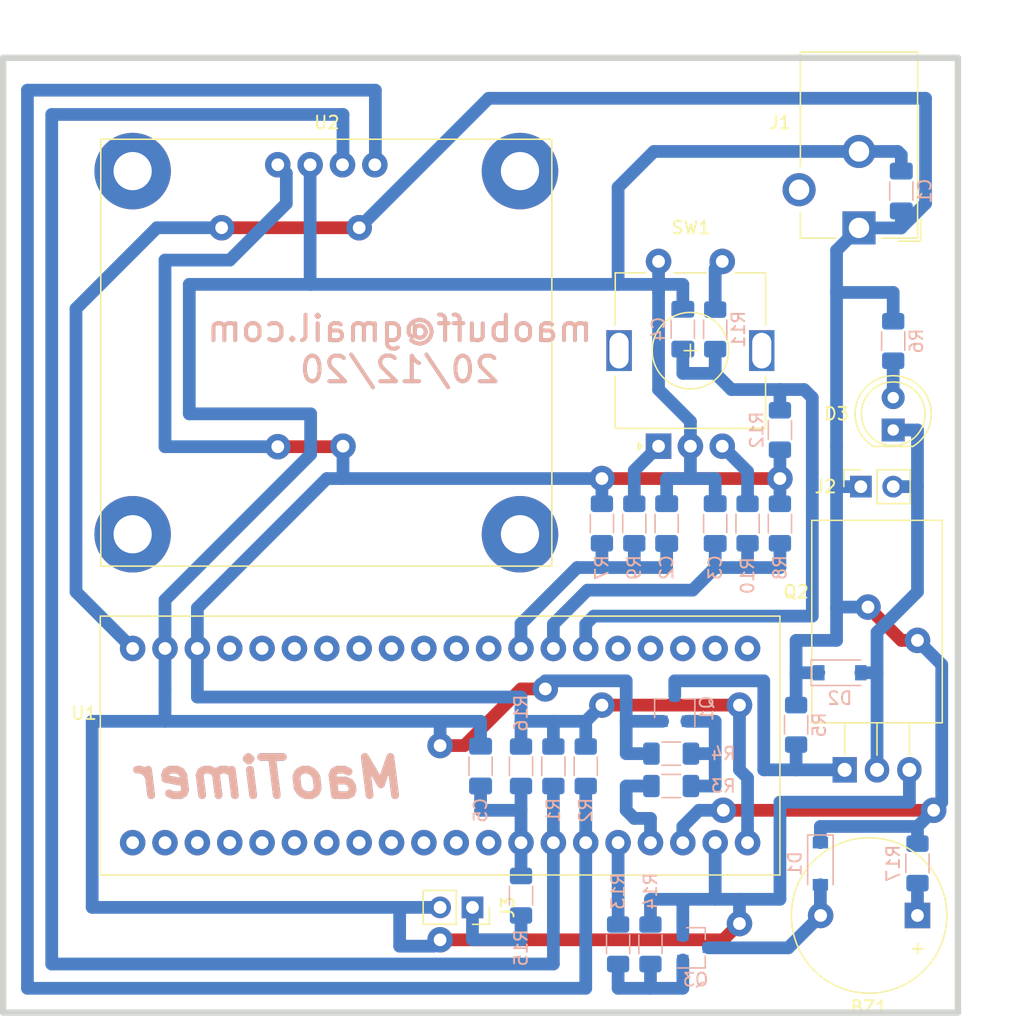
<source format=kicad_pcb>
(kicad_pcb (version 20171130) (host pcbnew "(5.1.8)-1")

  (general
    (thickness 1.6)
    (drawings 10)
    (tracks 247)
    (zones 0)
    (modules 35)
    (nets 49)
  )

  (page A4)
  (layers
    (0 F.Cu signal)
    (31 B.Cu signal)
    (32 B.Adhes user)
    (33 F.Adhes user)
    (34 B.Paste user)
    (35 F.Paste user)
    (36 B.SilkS user)
    (37 F.SilkS user)
    (38 B.Mask user)
    (39 F.Mask user)
    (40 Dwgs.User user)
    (41 Cmts.User user)
    (42 Eco1.User user)
    (43 Eco2.User user)
    (44 Edge.Cuts user)
    (45 Margin user)
    (46 B.CrtYd user)
    (47 F.CrtYd user)
    (48 B.Fab user)
    (49 F.Fab user)
  )

  (setup
    (last_trace_width 1)
    (trace_clearance 0.4)
    (zone_clearance 0.508)
    (zone_45_only no)
    (trace_min 0.2)
    (via_size 2)
    (via_drill 1)
    (via_min_size 0.4)
    (via_min_drill 0.3)
    (uvia_size 0.3)
    (uvia_drill 0.1)
    (uvias_allowed no)
    (uvia_min_size 0.2)
    (uvia_min_drill 0.1)
    (edge_width 0.05)
    (segment_width 0.2)
    (pcb_text_width 0.3)
    (pcb_text_size 1.5 1.5)
    (mod_edge_width 0.12)
    (mod_text_size 1 1)
    (mod_text_width 0.15)
    (pad_size 6 6)
    (pad_drill 3)
    (pad_to_mask_clearance 0)
    (aux_axis_origin 0 0)
    (visible_elements 7FFFFFFF)
    (pcbplotparams
      (layerselection 0x010fc_ffffffff)
      (usegerberextensions false)
      (usegerberattributes true)
      (usegerberadvancedattributes true)
      (creategerberjobfile true)
      (excludeedgelayer true)
      (linewidth 0.100000)
      (plotframeref false)
      (viasonmask false)
      (mode 1)
      (useauxorigin false)
      (hpglpennumber 1)
      (hpglpenspeed 20)
      (hpglpendiameter 15.000000)
      (psnegative false)
      (psa4output false)
      (plotreference true)
      (plotvalue true)
      (plotinvisibletext false)
      (padsonsilk false)
      (subtractmaskfromsilk false)
      (outputformat 1)
      (mirror false)
      (drillshape 1)
      (scaleselection 1)
      (outputdirectory ""))
  )

  (net 0 "")
  (net 1 GND)
  (net 2 A)
  (net 3 B)
  (net 4 SW)
  (net 5 VCC)
  (net 6 "Net-(D2-Pad2)")
  (net 7 "Net-(D3-Pad2)")
  (net 8 "Net-(Q1-Pad3)")
  (net 9 "Net-(Q1-Pad1)")
  (net 10 SCL)
  (net 11 +3V3)
  (net 12 SDA)
  (net 13 LED_PWM)
  (net 14 "Net-(R9-Pad1)")
  (net 15 "Net-(R10-Pad1)")
  (net 16 "Net-(R11-Pad2)")
  (net 17 "Net-(U1-Pad37)")
  (net 18 "Net-(U1-Pad36)")
  (net 19 "Net-(U1-Pad35)")
  (net 20 "Net-(U1-Pad34)")
  (net 21 "Net-(U1-Pad33)")
  (net 22 "Net-(U1-Pad32)")
  (net 23 "Net-(U1-Pad31)")
  (net 24 "Net-(U1-Pad30)")
  (net 25 "Net-(U1-Pad29)")
  (net 26 "Net-(U1-Pad25)")
  (net 27 "Net-(U1-Pad24)")
  (net 28 "Net-(U1-Pad23)")
  (net 29 "Net-(U1-Pad22)")
  (net 30 "Net-(U1-Pad21)")
  (net 31 "Net-(U1-Pad12)")
  (net 32 "Net-(U1-Pad11)")
  (net 33 "Net-(U1-Pad10)")
  (net 34 "Net-(U1-Pad9)")
  (net 35 "Net-(U1-Pad8)")
  (net 36 "Net-(U1-Pad7)")
  (net 37 "Net-(U1-Pad6)")
  (net 38 "Net-(U1-Pad5)")
  (net 39 "Net-(U1-Pad4)")
  (net 40 "Net-(U1-Pad3)")
  (net 41 "Net-(U1-Pad2)")
  (net 42 "Net-(U1-Pad1)")
  (net 43 "Net-(BZ1-Pad2)")
  (net 44 "Net-(BZ1-Pad1)")
  (net 45 ENCLOSER)
  (net 46 "Net-(J3-Pad1)")
  (net 47 "Net-(Q3-Pad1)")
  (net 48 BUZZER)

  (net_class Default "This is the default net class."
    (clearance 0.4)
    (trace_width 1)
    (via_dia 2)
    (via_drill 1)
    (uvia_dia 0.3)
    (uvia_drill 0.1)
    (add_net +3V3)
    (add_net A)
    (add_net B)
    (add_net BUZZER)
    (add_net ENCLOSER)
    (add_net GND)
    (add_net LED_PWM)
    (add_net "Net-(BZ1-Pad1)")
    (add_net "Net-(BZ1-Pad2)")
    (add_net "Net-(D2-Pad2)")
    (add_net "Net-(D3-Pad2)")
    (add_net "Net-(J3-Pad1)")
    (add_net "Net-(Q1-Pad1)")
    (add_net "Net-(Q1-Pad3)")
    (add_net "Net-(Q3-Pad1)")
    (add_net "Net-(R10-Pad1)")
    (add_net "Net-(R11-Pad2)")
    (add_net "Net-(R9-Pad1)")
    (add_net "Net-(U1-Pad1)")
    (add_net "Net-(U1-Pad10)")
    (add_net "Net-(U1-Pad11)")
    (add_net "Net-(U1-Pad12)")
    (add_net "Net-(U1-Pad2)")
    (add_net "Net-(U1-Pad21)")
    (add_net "Net-(U1-Pad22)")
    (add_net "Net-(U1-Pad23)")
    (add_net "Net-(U1-Pad24)")
    (add_net "Net-(U1-Pad25)")
    (add_net "Net-(U1-Pad29)")
    (add_net "Net-(U1-Pad3)")
    (add_net "Net-(U1-Pad30)")
    (add_net "Net-(U1-Pad31)")
    (add_net "Net-(U1-Pad32)")
    (add_net "Net-(U1-Pad33)")
    (add_net "Net-(U1-Pad34)")
    (add_net "Net-(U1-Pad35)")
    (add_net "Net-(U1-Pad36)")
    (add_net "Net-(U1-Pad37)")
    (add_net "Net-(U1-Pad4)")
    (add_net "Net-(U1-Pad5)")
    (add_net "Net-(U1-Pad6)")
    (add_net "Net-(U1-Pad7)")
    (add_net "Net-(U1-Pad8)")
    (add_net "Net-(U1-Pad9)")
    (add_net SCL)
    (add_net SDA)
    (add_net SW)
    (add_net VCC)
  )

  (module Buzzer_Beeper:Buzzer_12x9.5RM7.6 (layer F.Cu) (tedit 5A030281) (tstamp 5FDEDA25)
    (at 125.095 106.68 180)
    (descr "Generic Buzzer, D12mm height 9.5mm with RM7.6mm")
    (tags buzzer)
    (path /5FDFA379)
    (fp_text reference BZ1 (at 3.8 -7.2) (layer F.SilkS)
      (effects (font (size 1 1) (thickness 0.15)))
    )
    (fp_text value Buzzer (at 3.8 7.4) (layer F.Fab)
      (effects (font (size 1 1) (thickness 0.15)))
    )
    (fp_circle (center 3.8 0) (end 9.9 0) (layer F.SilkS) (width 0.12))
    (fp_circle (center 3.8 0) (end 4.8 0) (layer F.Fab) (width 0.1))
    (fp_circle (center 3.8 0) (end 9.8 0) (layer F.Fab) (width 0.1))
    (fp_circle (center 3.8 0) (end 10.05 0) (layer F.CrtYd) (width 0.05))
    (fp_text user %R (at 3.8 -4) (layer F.Fab)
      (effects (font (size 1 1) (thickness 0.15)))
    )
    (fp_text user + (at -0.01 -2.54) (layer F.SilkS)
      (effects (font (size 1 1) (thickness 0.15)))
    )
    (fp_text user + (at -0.01 -2.54) (layer F.Fab)
      (effects (font (size 1 1) (thickness 0.15)))
    )
    (pad 2 thru_hole circle (at 7.6 0 180) (size 2 2) (drill 1) (layers *.Cu *.Mask)
      (net 43 "Net-(BZ1-Pad2)"))
    (pad 1 thru_hole rect (at 0 0 180) (size 2 2) (drill 1) (layers *.Cu *.Mask)
      (net 44 "Net-(BZ1-Pad1)"))
    (model ${KISYS3DMOD}/Buzzer_Beeper.3dshapes/Buzzer_12x9.5RM7.6.wrl
      (at (xyz 0 0 0))
      (scale (xyz 1 1 1))
      (rotate (xyz 0 0 0))
    )
  )

  (module Diode_SMD:D_SOD-123 (layer B.Cu) (tedit 58645DC7) (tstamp 5FDED671)
    (at 117.475 102.615 270)
    (descr SOD-123)
    (tags SOD-123)
    (path /5FDFB1C3)
    (attr smd)
    (fp_text reference D1 (at 0 2 90) (layer B.SilkS)
      (effects (font (size 1 1) (thickness 0.15)) (justify mirror))
    )
    (fp_text value 1N4148W (at 0 -2.1 90) (layer B.Fab)
      (effects (font (size 1 1) (thickness 0.15)) (justify mirror))
    )
    (fp_line (start -2.25 1) (end 1.65 1) (layer B.SilkS) (width 0.12))
    (fp_line (start -2.25 -1) (end 1.65 -1) (layer B.SilkS) (width 0.12))
    (fp_line (start -2.35 1.15) (end -2.35 -1.15) (layer B.CrtYd) (width 0.05))
    (fp_line (start 2.35 -1.15) (end -2.35 -1.15) (layer B.CrtYd) (width 0.05))
    (fp_line (start 2.35 1.15) (end 2.35 -1.15) (layer B.CrtYd) (width 0.05))
    (fp_line (start -2.35 1.15) (end 2.35 1.15) (layer B.CrtYd) (width 0.05))
    (fp_line (start -1.4 0.9) (end 1.4 0.9) (layer B.Fab) (width 0.1))
    (fp_line (start 1.4 0.9) (end 1.4 -0.9) (layer B.Fab) (width 0.1))
    (fp_line (start 1.4 -0.9) (end -1.4 -0.9) (layer B.Fab) (width 0.1))
    (fp_line (start -1.4 -0.9) (end -1.4 0.9) (layer B.Fab) (width 0.1))
    (fp_line (start -0.75 0) (end -0.35 0) (layer B.Fab) (width 0.1))
    (fp_line (start -0.35 0) (end -0.35 0.55) (layer B.Fab) (width 0.1))
    (fp_line (start -0.35 0) (end -0.35 -0.55) (layer B.Fab) (width 0.1))
    (fp_line (start -0.35 0) (end 0.25 0.4) (layer B.Fab) (width 0.1))
    (fp_line (start 0.25 0.4) (end 0.25 -0.4) (layer B.Fab) (width 0.1))
    (fp_line (start 0.25 -0.4) (end -0.35 0) (layer B.Fab) (width 0.1))
    (fp_line (start 0.25 0) (end 0.75 0) (layer B.Fab) (width 0.1))
    (fp_line (start -2.25 1) (end -2.25 -1) (layer B.SilkS) (width 0.12))
    (fp_text user %R (at 0 2 90) (layer B.Fab)
      (effects (font (size 1 1) (thickness 0.15)) (justify mirror))
    )
    (pad 2 smd rect (at 1.65 0 270) (size 0.9 1.2) (layers B.Cu B.Paste B.Mask)
      (net 43 "Net-(BZ1-Pad2)"))
    (pad 1 smd rect (at -1.65 0 270) (size 0.9 1.2) (layers B.Cu B.Paste B.Mask)
      (net 5 VCC))
    (model ${KISYS3DMOD}/Diode_SMD.3dshapes/D_SOD-123.wrl
      (at (xyz 0 0 0))
      (scale (xyz 1 1 1))
      (rotate (xyz 0 0 0))
    )
  )

  (module Resistor_SMD:R_1206_3216Metric_Pad1.30x1.75mm_HandSolder (layer B.Cu) (tedit 5F68FEEE) (tstamp 5FDED639)
    (at 125.095 102.59 90)
    (descr "Resistor SMD 1206 (3216 Metric), square (rectangular) end terminal, IPC_7351 nominal with elongated pad for handsoldering. (Body size source: IPC-SM-782 page 72, https://www.pcb-3d.com/wordpress/wp-content/uploads/ipc-sm-782a_amendment_1_and_2.pdf), generated with kicad-footprint-generator")
    (tags "resistor handsolder")
    (path /5FE613C8)
    (attr smd)
    (fp_text reference R17 (at 0 -1.905 90) (layer B.SilkS)
      (effects (font (size 1 1) (thickness 0.15)) (justify mirror))
    )
    (fp_text value 600 (at 0 -1.82 90) (layer B.Fab)
      (effects (font (size 1 1) (thickness 0.15)) (justify mirror))
    )
    (fp_line (start 2.45 -1.12) (end -2.45 -1.12) (layer B.CrtYd) (width 0.05))
    (fp_line (start 2.45 1.12) (end 2.45 -1.12) (layer B.CrtYd) (width 0.05))
    (fp_line (start -2.45 1.12) (end 2.45 1.12) (layer B.CrtYd) (width 0.05))
    (fp_line (start -2.45 -1.12) (end -2.45 1.12) (layer B.CrtYd) (width 0.05))
    (fp_line (start -0.727064 -0.91) (end 0.727064 -0.91) (layer B.SilkS) (width 0.12))
    (fp_line (start -0.727064 0.91) (end 0.727064 0.91) (layer B.SilkS) (width 0.12))
    (fp_line (start 1.6 -0.8) (end -1.6 -0.8) (layer B.Fab) (width 0.1))
    (fp_line (start 1.6 0.8) (end 1.6 -0.8) (layer B.Fab) (width 0.1))
    (fp_line (start -1.6 0.8) (end 1.6 0.8) (layer B.Fab) (width 0.1))
    (fp_line (start -1.6 -0.8) (end -1.6 0.8) (layer B.Fab) (width 0.1))
    (fp_text user %R (at 0 0 90) (layer B.Fab)
      (effects (font (size 0.8 0.8) (thickness 0.12)) (justify mirror))
    )
    (pad 2 smd roundrect (at 1.55 0 90) (size 1.3 1.75) (layers B.Cu B.Paste B.Mask) (roundrect_rratio 0.192308)
      (net 5 VCC))
    (pad 1 smd roundrect (at -1.55 0 90) (size 1.3 1.75) (layers B.Cu B.Paste B.Mask) (roundrect_rratio 0.192308)
      (net 44 "Net-(BZ1-Pad1)"))
    (model ${KISYS3DMOD}/Resistor_SMD.3dshapes/R_1206_3216Metric.wrl
      (at (xyz 0 0 0))
      (scale (xyz 1 1 1))
      (rotate (xyz 0 0 0))
    )
  )

  (module MaoTimer:SH1106_I2C (layer F.Cu) (tedit 5FDE886E) (tstamp 5FDE9201)
    (at 63.5 48.26)
    (path /5FDBB679)
    (fp_text reference U2 (at 15.24 -3.81) (layer F.SilkS)
      (effects (font (size 1 1) (thickness 0.15)))
    )
    (fp_text value SH1106_I2C (at 10.16 -7.62) (layer F.Fab)
      (effects (font (size 1 1) (thickness 0.15)))
    )
    (fp_line (start -2.5 31) (end -2.5 -2.5) (layer F.SilkS) (width 0.12))
    (fp_line (start 32.9 31) (end -2.5 31) (layer F.SilkS) (width 0.12))
    (fp_line (start 32.9 -2.5) (end 32.9 31) (layer F.SilkS) (width 0.12))
    (fp_line (start -2.5 -2.5) (end 32.9 -2.5) (layer F.SilkS) (width 0.12))
    (pad 4 thru_hole circle (at 19.01 -0.5) (size 2 2) (drill 1) (layers *.Cu *.Mask)
      (net 12 SDA))
    (pad 3 thru_hole circle (at 16.47 -0.5) (size 2 2) (drill 1) (layers *.Cu *.Mask)
      (net 10 SCL))
    (pad 2 thru_hole circle (at 13.93 -0.5) (size 2 2) (drill 1) (layers *.Cu *.Mask)
      (net 1 GND))
    (pad 1 thru_hole circle (at 11.39 -0.5) (size 2 2) (drill 1) (layers *.Cu *.Mask)
      (net 11 +3V3))
    (pad ~ thru_hole circle (at 30.4 0) (size 6 6) (drill 3) (layers *.Cu *.Mask))
    (pad ~ thru_hole circle (at 30.4 28.5) (size 6 6) (drill 3) (layers *.Cu *.Mask))
    (pad ~ thru_hole circle (at 0 28.5) (size 6 6) (drill 3) (layers *.Cu *.Mask))
    (pad ~ thru_hole circle (at 0 0) (size 6 6) (drill 3) (layers *.Cu *.Mask))
  )

  (module MaoTimer:MiniF4_V3.0 (layer F.Cu) (tedit 5FD68D1B) (tstamp 5FDE91F1)
    (at 63.5 100.965 90)
    (path /5FD6BABD)
    (fp_text reference U1 (at 10.16 -3.81 180) (layer F.SilkS)
      (effects (font (size 1 1) (thickness 0.15)))
    )
    (fp_text value V3.0 (at 7.62 2.54 90) (layer F.Fab)
      (effects (font (size 1 1) (thickness 0.15)))
    )
    (fp_line (start -2.54 50.8) (end -2.54 -2.54) (layer F.SilkS) (width 0.12))
    (fp_line (start 17.78 50.8) (end -2.54 50.8) (layer F.SilkS) (width 0.12))
    (fp_line (start 17.78 -2.54) (end 17.78 50.8) (layer F.SilkS) (width 0.12))
    (fp_line (start -2.54 -2.54) (end 17.78 -2.54) (layer F.SilkS) (width 0.12))
    (pad 40 thru_hole circle (at 15.24 0 90) (size 2 2) (drill 1) (layers *.Cu *.Mask)
      (net 5 VCC))
    (pad 39 thru_hole circle (at 15.24 2.54 90) (size 2 2) (drill 1) (layers *.Cu *.Mask)
      (net 1 GND))
    (pad 38 thru_hole circle (at 15.24 5.08 90) (size 2 2) (drill 1) (layers *.Cu *.Mask)
      (net 11 +3V3))
    (pad 37 thru_hole circle (at 15.24 7.62 90) (size 2 2) (drill 1) (layers *.Cu *.Mask)
      (net 17 "Net-(U1-Pad37)"))
    (pad 36 thru_hole circle (at 15.24 10.16 90) (size 2 2) (drill 1) (layers *.Cu *.Mask)
      (net 18 "Net-(U1-Pad36)"))
    (pad 35 thru_hole circle (at 15.24 12.7 90) (size 2 2) (drill 1) (layers *.Cu *.Mask)
      (net 19 "Net-(U1-Pad35)"))
    (pad 34 thru_hole circle (at 15.24 15.24 90) (size 2 2) (drill 1) (layers *.Cu *.Mask)
      (net 20 "Net-(U1-Pad34)"))
    (pad 33 thru_hole circle (at 15.24 17.78 90) (size 2 2) (drill 1) (layers *.Cu *.Mask)
      (net 21 "Net-(U1-Pad33)"))
    (pad 32 thru_hole circle (at 15.24 20.32 90) (size 2 2) (drill 1) (layers *.Cu *.Mask)
      (net 22 "Net-(U1-Pad32)"))
    (pad 31 thru_hole circle (at 15.24 22.86 90) (size 2 2) (drill 1) (layers *.Cu *.Mask)
      (net 23 "Net-(U1-Pad31)"))
    (pad 30 thru_hole circle (at 15.24 25.4 90) (size 2 2) (drill 1) (layers *.Cu *.Mask)
      (net 24 "Net-(U1-Pad30)"))
    (pad 29 thru_hole circle (at 15.24 27.94 90) (size 2 2) (drill 1) (layers *.Cu *.Mask)
      (net 25 "Net-(U1-Pad29)"))
    (pad 28 thru_hole circle (at 15.24 30.48 90) (size 2 2) (drill 1) (layers *.Cu *.Mask)
      (net 2 A))
    (pad 27 thru_hole circle (at 15.24 33.02 90) (size 2 2) (drill 1) (layers *.Cu *.Mask)
      (net 3 B))
    (pad 26 thru_hole circle (at 15.24 35.56 90) (size 2 2) (drill 1) (layers *.Cu *.Mask)
      (net 4 SW))
    (pad 25 thru_hole circle (at 15.24 38.1 90) (size 2 2) (drill 1) (layers *.Cu *.Mask)
      (net 26 "Net-(U1-Pad25)"))
    (pad 24 thru_hole circle (at 15.24 40.64 90) (size 2 2) (drill 1) (layers *.Cu *.Mask)
      (net 27 "Net-(U1-Pad24)"))
    (pad 23 thru_hole circle (at 15.24 43.18 90) (size 2 2) (drill 1) (layers *.Cu *.Mask)
      (net 28 "Net-(U1-Pad23)"))
    (pad 22 thru_hole circle (at 15.24 45.72 90) (size 2 2) (drill 1) (layers *.Cu *.Mask)
      (net 29 "Net-(U1-Pad22)"))
    (pad 21 thru_hole circle (at 15.24 48.26 90) (size 2 2) (drill 1) (layers *.Cu *.Mask)
      (net 30 "Net-(U1-Pad21)"))
    (pad 20 thru_hole circle (at 0 48.26 90) (size 2 2) (drill 1) (layers *.Cu *.Mask)
      (net 11 +3V3))
    (pad 19 thru_hole circle (at 0 45.72 90) (size 2 2) (drill 1) (layers *.Cu *.Mask)
      (net 1 GND))
    (pad 18 thru_hole circle (at 0 43.18 90) (size 2 2) (drill 1) (layers *.Cu *.Mask)
      (net 5 VCC))
    (pad 17 thru_hole circle (at 0 40.64 90) (size 2 2) (drill 1) (layers *.Cu *.Mask)
      (net 13 LED_PWM))
    (pad 16 thru_hole circle (at 0 38.1 90) (size 2 2) (drill 1) (layers *.Cu *.Mask)
      (net 48 BUZZER))
    (pad 15 thru_hole circle (at 0 35.56 90) (size 2 2) (drill 1) (layers *.Cu *.Mask)
      (net 12 SDA))
    (pad 14 thru_hole circle (at 0 33.02 90) (size 2 2) (drill 1) (layers *.Cu *.Mask)
      (net 10 SCL))
    (pad 13 thru_hole circle (at 0 30.48 90) (size 2 2) (drill 1) (layers *.Cu *.Mask)
      (net 45 ENCLOSER))
    (pad 12 thru_hole circle (at 0 27.94 90) (size 2 2) (drill 1) (layers *.Cu *.Mask)
      (net 31 "Net-(U1-Pad12)"))
    (pad 11 thru_hole circle (at 0 25.4 90) (size 2 2) (drill 1) (layers *.Cu *.Mask)
      (net 32 "Net-(U1-Pad11)"))
    (pad 10 thru_hole circle (at 0 22.86 90) (size 2 2) (drill 1) (layers *.Cu *.Mask)
      (net 33 "Net-(U1-Pad10)"))
    (pad 9 thru_hole circle (at 0 20.32 90) (size 2 2) (drill 1) (layers *.Cu *.Mask)
      (net 34 "Net-(U1-Pad9)"))
    (pad 8 thru_hole circle (at 0 17.78 90) (size 2 2) (drill 1) (layers *.Cu *.Mask)
      (net 35 "Net-(U1-Pad8)"))
    (pad 7 thru_hole circle (at 0 15.24 90) (size 2 2) (drill 1) (layers *.Cu *.Mask)
      (net 36 "Net-(U1-Pad7)"))
    (pad 6 thru_hole circle (at 0 12.7 90) (size 2 2) (drill 1) (layers *.Cu *.Mask)
      (net 37 "Net-(U1-Pad6)"))
    (pad 5 thru_hole circle (at 0 10.16 90) (size 2 2) (drill 1) (layers *.Cu *.Mask)
      (net 38 "Net-(U1-Pad5)"))
    (pad 4 thru_hole circle (at 0 7.62 90) (size 2 2) (drill 1) (layers *.Cu *.Mask)
      (net 39 "Net-(U1-Pad4)"))
    (pad 3 thru_hole circle (at 0 5.08 90) (size 2 2) (drill 1) (layers *.Cu *.Mask)
      (net 40 "Net-(U1-Pad3)"))
    (pad 2 thru_hole circle (at 0 2.54 90) (size 2 2) (drill 1) (layers *.Cu *.Mask)
      (net 41 "Net-(U1-Pad2)"))
    (pad 1 thru_hole circle (at 0 0 90) (size 2 2) (drill 1) (layers *.Cu *.Mask)
      (net 42 "Net-(U1-Pad1)"))
  )

  (module Rotary_Encoder:RotaryEncoder_Alps_EC11E-Switch_Vertical_H20mm (layer F.Cu) (tedit 5A74C8CB) (tstamp 5FDE91C1)
    (at 104.775 69.85 90)
    (descr "Alps rotary encoder, EC12E... with switch, vertical shaft, http://www.alps.com/prod/info/E/HTML/Encoder/Incremental/EC11/EC11E15204A3.html")
    (tags "rotary encoder")
    (path /5FD7B070)
    (fp_text reference SW1 (at 17.145 2.54 180) (layer F.SilkS)
      (effects (font (size 1 1) (thickness 0.15)))
    )
    (fp_text value CTRL (at 7.5 10.4 90) (layer F.Fab)
      (effects (font (size 1 1) (thickness 0.15)))
    )
    (fp_circle (center 7.5 2.5) (end 10.5 2.5) (layer F.Fab) (width 0.12))
    (fp_circle (center 7.5 2.5) (end 10.5 2.5) (layer F.SilkS) (width 0.12))
    (fp_line (start 16 9.6) (end -1.5 9.6) (layer F.CrtYd) (width 0.05))
    (fp_line (start 16 9.6) (end 16 -4.6) (layer F.CrtYd) (width 0.05))
    (fp_line (start -1.5 -4.6) (end -1.5 9.6) (layer F.CrtYd) (width 0.05))
    (fp_line (start -1.5 -4.6) (end 16 -4.6) (layer F.CrtYd) (width 0.05))
    (fp_line (start 2.5 -3.3) (end 13.5 -3.3) (layer F.Fab) (width 0.12))
    (fp_line (start 13.5 -3.3) (end 13.5 8.3) (layer F.Fab) (width 0.12))
    (fp_line (start 13.5 8.3) (end 1.5 8.3) (layer F.Fab) (width 0.12))
    (fp_line (start 1.5 8.3) (end 1.5 -2.2) (layer F.Fab) (width 0.12))
    (fp_line (start 1.5 -2.2) (end 2.5 -3.3) (layer F.Fab) (width 0.12))
    (fp_line (start 9.5 -3.4) (end 13.6 -3.4) (layer F.SilkS) (width 0.12))
    (fp_line (start 13.6 8.4) (end 9.5 8.4) (layer F.SilkS) (width 0.12))
    (fp_line (start 5.5 8.4) (end 1.4 8.4) (layer F.SilkS) (width 0.12))
    (fp_line (start 5.5 -3.4) (end 1.4 -3.4) (layer F.SilkS) (width 0.12))
    (fp_line (start 1.4 -3.4) (end 1.4 8.4) (layer F.SilkS) (width 0.12))
    (fp_line (start 0 -1.3) (end -0.3 -1.6) (layer F.SilkS) (width 0.12))
    (fp_line (start -0.3 -1.6) (end 0.3 -1.6) (layer F.SilkS) (width 0.12))
    (fp_line (start 0.3 -1.6) (end 0 -1.3) (layer F.SilkS) (width 0.12))
    (fp_line (start 7.5 -0.5) (end 7.5 5.5) (layer F.Fab) (width 0.12))
    (fp_line (start 4.5 2.5) (end 10.5 2.5) (layer F.Fab) (width 0.12))
    (fp_line (start 13.6 -3.4) (end 13.6 -1) (layer F.SilkS) (width 0.12))
    (fp_line (start 13.6 1.2) (end 13.6 3.8) (layer F.SilkS) (width 0.12))
    (fp_line (start 13.6 6) (end 13.6 8.4) (layer F.SilkS) (width 0.12))
    (fp_line (start 7.5 2) (end 7.5 3) (layer F.SilkS) (width 0.12))
    (fp_line (start 7 2.5) (end 8 2.5) (layer F.SilkS) (width 0.12))
    (fp_text user %R (at 11.1 6.3 90) (layer F.Fab)
      (effects (font (size 1 1) (thickness 0.15)))
    )
    (pad A thru_hole rect (at 0 0 90) (size 2 2) (drill 1) (layers *.Cu *.Mask)
      (net 14 "Net-(R9-Pad1)"))
    (pad C thru_hole circle (at 0 2.5 90) (size 2 2) (drill 1) (layers *.Cu *.Mask)
      (net 1 GND))
    (pad B thru_hole circle (at 0 5 90) (size 2 2) (drill 1) (layers *.Cu *.Mask)
      (net 15 "Net-(R10-Pad1)"))
    (pad MP thru_hole rect (at 7.5 -3.1 90) (size 3.2 2) (drill oval 2.8 1.5) (layers *.Cu *.Mask))
    (pad MP thru_hole rect (at 7.5 8.1 90) (size 3.2 2) (drill oval 2.8 1.5) (layers *.Cu *.Mask))
    (pad S2 thru_hole circle (at 14.5 0 90) (size 2 2) (drill 1) (layers *.Cu *.Mask)
      (net 1 GND))
    (pad S1 thru_hole circle (at 14.5 5 90) (size 2 2) (drill 1) (layers *.Cu *.Mask)
      (net 16 "Net-(R11-Pad2)"))
    (model ${KISYS3DMOD}/Rotary_Encoder.3dshapes/RotaryEncoder_Alps_EC11E-Switch_Vertical_H20mm.wrl
      (at (xyz 0 0 0))
      (scale (xyz 1 1 1))
      (rotate (xyz 0 0 0))
    )
  )

  (module Resistor_SMD:R_1206_3216Metric_Pad1.30x1.75mm_HandSolder (layer B.Cu) (tedit 5F68FEEE) (tstamp 5FDE918A)
    (at 93.98 94.97 90)
    (descr "Resistor SMD 1206 (3216 Metric), square (rectangular) end terminal, IPC_7351 nominal with elongated pad for handsoldering. (Body size source: IPC-SM-782 page 72, https://www.pcb-3d.com/wordpress/wp-content/uploads/ipc-sm-782a_amendment_1_and_2.pdf), generated with kicad-footprint-generator")
    (tags "resistor handsolder")
    (path /5FE45CA7)
    (attr smd)
    (fp_text reference R16 (at 4.165 0 90) (layer B.SilkS)
      (effects (font (size 1 1) (thickness 0.15)) (justify mirror))
    )
    (fp_text value 10k (at 0 -1.82 90) (layer B.Fab)
      (effects (font (size 1 1) (thickness 0.15)) (justify mirror))
    )
    (fp_line (start 2.45 -1.12) (end -2.45 -1.12) (layer B.CrtYd) (width 0.05))
    (fp_line (start 2.45 1.12) (end 2.45 -1.12) (layer B.CrtYd) (width 0.05))
    (fp_line (start -2.45 1.12) (end 2.45 1.12) (layer B.CrtYd) (width 0.05))
    (fp_line (start -2.45 -1.12) (end -2.45 1.12) (layer B.CrtYd) (width 0.05))
    (fp_line (start -0.727064 -0.91) (end 0.727064 -0.91) (layer B.SilkS) (width 0.12))
    (fp_line (start -0.727064 0.91) (end 0.727064 0.91) (layer B.SilkS) (width 0.12))
    (fp_line (start 1.6 -0.8) (end -1.6 -0.8) (layer B.Fab) (width 0.1))
    (fp_line (start 1.6 0.8) (end 1.6 -0.8) (layer B.Fab) (width 0.1))
    (fp_line (start -1.6 0.8) (end 1.6 0.8) (layer B.Fab) (width 0.1))
    (fp_line (start -1.6 -0.8) (end -1.6 0.8) (layer B.Fab) (width 0.1))
    (fp_text user %R (at 0 0 90) (layer B.Fab)
      (effects (font (size 0.8 0.8) (thickness 0.12)) (justify mirror))
    )
    (pad 2 smd roundrect (at 1.55 0 90) (size 1.3 1.75) (layers B.Cu B.Paste B.Mask) (roundrect_rratio 0.192308)
      (net 11 +3V3))
    (pad 1 smd roundrect (at -1.55 0 90) (size 1.3 1.75) (layers B.Cu B.Paste B.Mask) (roundrect_rratio 0.192308)
      (net 45 ENCLOSER))
    (model ${KISYS3DMOD}/Resistor_SMD.3dshapes/R_1206_3216Metric.wrl
      (at (xyz 0 0 0))
      (scale (xyz 1 1 1))
      (rotate (xyz 0 0 0))
    )
  )

  (module Resistor_SMD:R_1206_3216Metric_Pad1.30x1.75mm_HandSolder (layer B.Cu) (tedit 5F68FEEE) (tstamp 5FDE9179)
    (at 93.98 105.13 270)
    (descr "Resistor SMD 1206 (3216 Metric), square (rectangular) end terminal, IPC_7351 nominal with elongated pad for handsoldering. (Body size source: IPC-SM-782 page 72, https://www.pcb-3d.com/wordpress/wp-content/uploads/ipc-sm-782a_amendment_1_and_2.pdf), generated with kicad-footprint-generator")
    (tags "resistor handsolder")
    (path /5FE45C95)
    (attr smd)
    (fp_text reference R15 (at 4.09 0 270) (layer B.SilkS)
      (effects (font (size 1 1) (thickness 0.15)) (justify mirror))
    )
    (fp_text value 10k (at 0 -1.82 270) (layer B.Fab)
      (effects (font (size 1 1) (thickness 0.15)) (justify mirror))
    )
    (fp_line (start 2.45 -1.12) (end -2.45 -1.12) (layer B.CrtYd) (width 0.05))
    (fp_line (start 2.45 1.12) (end 2.45 -1.12) (layer B.CrtYd) (width 0.05))
    (fp_line (start -2.45 1.12) (end 2.45 1.12) (layer B.CrtYd) (width 0.05))
    (fp_line (start -2.45 -1.12) (end -2.45 1.12) (layer B.CrtYd) (width 0.05))
    (fp_line (start -0.727064 -0.91) (end 0.727064 -0.91) (layer B.SilkS) (width 0.12))
    (fp_line (start -0.727064 0.91) (end 0.727064 0.91) (layer B.SilkS) (width 0.12))
    (fp_line (start 1.6 -0.8) (end -1.6 -0.8) (layer B.Fab) (width 0.1))
    (fp_line (start 1.6 0.8) (end 1.6 -0.8) (layer B.Fab) (width 0.1))
    (fp_line (start -1.6 0.8) (end 1.6 0.8) (layer B.Fab) (width 0.1))
    (fp_line (start -1.6 -0.8) (end -1.6 0.8) (layer B.Fab) (width 0.1))
    (fp_text user %R (at 0 0 270) (layer B.Fab)
      (effects (font (size 0.8 0.8) (thickness 0.12)) (justify mirror))
    )
    (pad 2 smd roundrect (at 1.55 0 270) (size 1.3 1.75) (layers B.Cu B.Paste B.Mask) (roundrect_rratio 0.192308)
      (net 46 "Net-(J3-Pad1)"))
    (pad 1 smd roundrect (at -1.55 0 270) (size 1.3 1.75) (layers B.Cu B.Paste B.Mask) (roundrect_rratio 0.192308)
      (net 45 ENCLOSER))
    (model ${KISYS3DMOD}/Resistor_SMD.3dshapes/R_1206_3216Metric.wrl
      (at (xyz 0 0 0))
      (scale (xyz 1 1 1))
      (rotate (xyz 0 0 0))
    )
  )

  (module Resistor_SMD:R_1206_3216Metric_Pad1.30x1.75mm_HandSolder (layer B.Cu) (tedit 5F68FEEE) (tstamp 5FDED609)
    (at 104.14 108.94 270)
    (descr "Resistor SMD 1206 (3216 Metric), square (rectangular) end terminal, IPC_7351 nominal with elongated pad for handsoldering. (Body size source: IPC-SM-782 page 72, https://www.pcb-3d.com/wordpress/wp-content/uploads/ipc-sm-782a_amendment_1_and_2.pdf), generated with kicad-footprint-generator")
    (tags "resistor handsolder")
    (path /5FDEF75C)
    (attr smd)
    (fp_text reference R14 (at -4.165 0 270) (layer B.SilkS)
      (effects (font (size 1 1) (thickness 0.15)) (justify mirror))
    )
    (fp_text value 47k (at 0 -1.82 270) (layer B.Fab)
      (effects (font (size 1 1) (thickness 0.15)) (justify mirror))
    )
    (fp_line (start 2.45 -1.12) (end -2.45 -1.12) (layer B.CrtYd) (width 0.05))
    (fp_line (start 2.45 1.12) (end 2.45 -1.12) (layer B.CrtYd) (width 0.05))
    (fp_line (start -2.45 1.12) (end 2.45 1.12) (layer B.CrtYd) (width 0.05))
    (fp_line (start -2.45 -1.12) (end -2.45 1.12) (layer B.CrtYd) (width 0.05))
    (fp_line (start -0.727064 -0.91) (end 0.727064 -0.91) (layer B.SilkS) (width 0.12))
    (fp_line (start -0.727064 0.91) (end 0.727064 0.91) (layer B.SilkS) (width 0.12))
    (fp_line (start 1.6 -0.8) (end -1.6 -0.8) (layer B.Fab) (width 0.1))
    (fp_line (start 1.6 0.8) (end 1.6 -0.8) (layer B.Fab) (width 0.1))
    (fp_line (start -1.6 0.8) (end 1.6 0.8) (layer B.Fab) (width 0.1))
    (fp_line (start -1.6 -0.8) (end -1.6 0.8) (layer B.Fab) (width 0.1))
    (fp_text user %R (at 0 0 270) (layer B.Fab)
      (effects (font (size 0.8 0.8) (thickness 0.12)) (justify mirror))
    )
    (pad 2 smd roundrect (at 1.55 0 270) (size 1.3 1.75) (layers B.Cu B.Paste B.Mask) (roundrect_rratio 0.192308)
      (net 47 "Net-(Q3-Pad1)"))
    (pad 1 smd roundrect (at -1.55 0 270) (size 1.3 1.75) (layers B.Cu B.Paste B.Mask) (roundrect_rratio 0.192308)
      (net 1 GND))
    (model ${KISYS3DMOD}/Resistor_SMD.3dshapes/R_1206_3216Metric.wrl
      (at (xyz 0 0 0))
      (scale (xyz 1 1 1))
      (rotate (xyz 0 0 0))
    )
  )

  (module Resistor_SMD:R_1206_3216Metric_Pad1.30x1.75mm_HandSolder (layer B.Cu) (tedit 5F68FEEE) (tstamp 5FDED5D9)
    (at 101.6 108.94 90)
    (descr "Resistor SMD 1206 (3216 Metric), square (rectangular) end terminal, IPC_7351 nominal with elongated pad for handsoldering. (Body size source: IPC-SM-782 page 72, https://www.pcb-3d.com/wordpress/wp-content/uploads/ipc-sm-782a_amendment_1_and_2.pdf), generated with kicad-footprint-generator")
    (tags "resistor handsolder")
    (path /5FDEEDD1)
    (attr smd)
    (fp_text reference R13 (at 4.165 0 90) (layer B.SilkS)
      (effects (font (size 1 1) (thickness 0.15)) (justify mirror))
    )
    (fp_text value 4.7k (at 0 -1.82 90) (layer B.Fab)
      (effects (font (size 1 1) (thickness 0.15)) (justify mirror))
    )
    (fp_line (start 2.45 -1.12) (end -2.45 -1.12) (layer B.CrtYd) (width 0.05))
    (fp_line (start 2.45 1.12) (end 2.45 -1.12) (layer B.CrtYd) (width 0.05))
    (fp_line (start -2.45 1.12) (end 2.45 1.12) (layer B.CrtYd) (width 0.05))
    (fp_line (start -2.45 -1.12) (end -2.45 1.12) (layer B.CrtYd) (width 0.05))
    (fp_line (start -0.727064 -0.91) (end 0.727064 -0.91) (layer B.SilkS) (width 0.12))
    (fp_line (start -0.727064 0.91) (end 0.727064 0.91) (layer B.SilkS) (width 0.12))
    (fp_line (start 1.6 -0.8) (end -1.6 -0.8) (layer B.Fab) (width 0.1))
    (fp_line (start 1.6 0.8) (end 1.6 -0.8) (layer B.Fab) (width 0.1))
    (fp_line (start -1.6 0.8) (end 1.6 0.8) (layer B.Fab) (width 0.1))
    (fp_line (start -1.6 -0.8) (end -1.6 0.8) (layer B.Fab) (width 0.1))
    (fp_text user %R (at 0 0 90) (layer B.Fab)
      (effects (font (size 0.8 0.8) (thickness 0.12)) (justify mirror))
    )
    (pad 2 smd roundrect (at 1.55 0 90) (size 1.3 1.75) (layers B.Cu B.Paste B.Mask) (roundrect_rratio 0.192308)
      (net 48 BUZZER))
    (pad 1 smd roundrect (at -1.55 0 90) (size 1.3 1.75) (layers B.Cu B.Paste B.Mask) (roundrect_rratio 0.192308)
      (net 47 "Net-(Q3-Pad1)"))
    (model ${KISYS3DMOD}/Resistor_SMD.3dshapes/R_1206_3216Metric.wrl
      (at (xyz 0 0 0))
      (scale (xyz 1 1 1))
      (rotate (xyz 0 0 0))
    )
  )

  (module Resistor_SMD:R_1206_3216Metric_Pad1.30x1.75mm_HandSolder (layer B.Cu) (tedit 5F68FEEE) (tstamp 5FDE9146)
    (at 114.3 68.58 270)
    (descr "Resistor SMD 1206 (3216 Metric), square (rectangular) end terminal, IPC_7351 nominal with elongated pad for handsoldering. (Body size source: IPC-SM-782 page 72, https://www.pcb-3d.com/wordpress/wp-content/uploads/ipc-sm-782a_amendment_1_and_2.pdf), generated with kicad-footprint-generator")
    (tags "resistor handsolder")
    (path /5FD959F5)
    (attr smd)
    (fp_text reference R12 (at 0 1.82 90) (layer B.SilkS)
      (effects (font (size 1 1) (thickness 0.15)) (justify mirror))
    )
    (fp_text value 10k (at 0 -1.82 90) (layer B.Fab)
      (effects (font (size 1 1) (thickness 0.15)) (justify mirror))
    )
    (fp_line (start 2.45 -1.12) (end -2.45 -1.12) (layer B.CrtYd) (width 0.05))
    (fp_line (start 2.45 1.12) (end 2.45 -1.12) (layer B.CrtYd) (width 0.05))
    (fp_line (start -2.45 1.12) (end 2.45 1.12) (layer B.CrtYd) (width 0.05))
    (fp_line (start -2.45 -1.12) (end -2.45 1.12) (layer B.CrtYd) (width 0.05))
    (fp_line (start -0.727064 -0.91) (end 0.727064 -0.91) (layer B.SilkS) (width 0.12))
    (fp_line (start -0.727064 0.91) (end 0.727064 0.91) (layer B.SilkS) (width 0.12))
    (fp_line (start 1.6 -0.8) (end -1.6 -0.8) (layer B.Fab) (width 0.1))
    (fp_line (start 1.6 0.8) (end 1.6 -0.8) (layer B.Fab) (width 0.1))
    (fp_line (start -1.6 0.8) (end 1.6 0.8) (layer B.Fab) (width 0.1))
    (fp_line (start -1.6 -0.8) (end -1.6 0.8) (layer B.Fab) (width 0.1))
    (fp_text user %R (at 0 0 90) (layer B.Fab)
      (effects (font (size 0.8 0.8) (thickness 0.12)) (justify mirror))
    )
    (pad 2 smd roundrect (at 1.55 0 270) (size 1.3 1.75) (layers B.Cu B.Paste B.Mask) (roundrect_rratio 0.192308)
      (net 11 +3V3))
    (pad 1 smd roundrect (at -1.55 0 270) (size 1.3 1.75) (layers B.Cu B.Paste B.Mask) (roundrect_rratio 0.192308)
      (net 4 SW))
    (model ${KISYS3DMOD}/Resistor_SMD.3dshapes/R_1206_3216Metric.wrl
      (at (xyz 0 0 0))
      (scale (xyz 1 1 1))
      (rotate (xyz 0 0 0))
    )
  )

  (module Resistor_SMD:R_1206_3216Metric_Pad1.30x1.75mm_HandSolder (layer B.Cu) (tedit 5F68FEEE) (tstamp 5FDE9135)
    (at 109.22 60.68 90)
    (descr "Resistor SMD 1206 (3216 Metric), square (rectangular) end terminal, IPC_7351 nominal with elongated pad for handsoldering. (Body size source: IPC-SM-782 page 72, https://www.pcb-3d.com/wordpress/wp-content/uploads/ipc-sm-782a_amendment_1_and_2.pdf), generated with kicad-footprint-generator")
    (tags "resistor handsolder")
    (path /5FD9412F)
    (attr smd)
    (fp_text reference R11 (at 0 1.82 270) (layer B.SilkS)
      (effects (font (size 1 1) (thickness 0.15)) (justify mirror))
    )
    (fp_text value 10k (at 0 -1.82 270) (layer B.Fab)
      (effects (font (size 1 1) (thickness 0.15)) (justify mirror))
    )
    (fp_line (start 2.45 -1.12) (end -2.45 -1.12) (layer B.CrtYd) (width 0.05))
    (fp_line (start 2.45 1.12) (end 2.45 -1.12) (layer B.CrtYd) (width 0.05))
    (fp_line (start -2.45 1.12) (end 2.45 1.12) (layer B.CrtYd) (width 0.05))
    (fp_line (start -2.45 -1.12) (end -2.45 1.12) (layer B.CrtYd) (width 0.05))
    (fp_line (start -0.727064 -0.91) (end 0.727064 -0.91) (layer B.SilkS) (width 0.12))
    (fp_line (start -0.727064 0.91) (end 0.727064 0.91) (layer B.SilkS) (width 0.12))
    (fp_line (start 1.6 -0.8) (end -1.6 -0.8) (layer B.Fab) (width 0.1))
    (fp_line (start 1.6 0.8) (end 1.6 -0.8) (layer B.Fab) (width 0.1))
    (fp_line (start -1.6 0.8) (end 1.6 0.8) (layer B.Fab) (width 0.1))
    (fp_line (start -1.6 -0.8) (end -1.6 0.8) (layer B.Fab) (width 0.1))
    (fp_text user %R (at 0 0 270) (layer B.Fab)
      (effects (font (size 0.8 0.8) (thickness 0.12)) (justify mirror))
    )
    (pad 2 smd roundrect (at 1.55 0 90) (size 1.3 1.75) (layers B.Cu B.Paste B.Mask) (roundrect_rratio 0.192308)
      (net 16 "Net-(R11-Pad2)"))
    (pad 1 smd roundrect (at -1.55 0 90) (size 1.3 1.75) (layers B.Cu B.Paste B.Mask) (roundrect_rratio 0.192308)
      (net 4 SW))
    (model ${KISYS3DMOD}/Resistor_SMD.3dshapes/R_1206_3216Metric.wrl
      (at (xyz 0 0 0))
      (scale (xyz 1 1 1))
      (rotate (xyz 0 0 0))
    )
  )

  (module Resistor_SMD:R_1206_3216Metric_Pad1.30x1.75mm_HandSolder (layer B.Cu) (tedit 5F68FEEE) (tstamp 5FDE9124)
    (at 111.76 75.92 270)
    (descr "Resistor SMD 1206 (3216 Metric), square (rectangular) end terminal, IPC_7351 nominal with elongated pad for handsoldering. (Body size source: IPC-SM-782 page 72, https://www.pcb-3d.com/wordpress/wp-content/uploads/ipc-sm-782a_amendment_1_and_2.pdf), generated with kicad-footprint-generator")
    (tags "resistor handsolder")
    (path /5FD7DA68)
    (attr smd)
    (fp_text reference R10 (at 4.09 0 90) (layer B.SilkS)
      (effects (font (size 1 1) (thickness 0.15)) (justify mirror))
    )
    (fp_text value 10k (at 0 -1.82 90) (layer B.Fab)
      (effects (font (size 1 1) (thickness 0.15)) (justify mirror))
    )
    (fp_line (start 2.45 -1.12) (end -2.45 -1.12) (layer B.CrtYd) (width 0.05))
    (fp_line (start 2.45 1.12) (end 2.45 -1.12) (layer B.CrtYd) (width 0.05))
    (fp_line (start -2.45 1.12) (end 2.45 1.12) (layer B.CrtYd) (width 0.05))
    (fp_line (start -2.45 -1.12) (end -2.45 1.12) (layer B.CrtYd) (width 0.05))
    (fp_line (start -0.727064 -0.91) (end 0.727064 -0.91) (layer B.SilkS) (width 0.12))
    (fp_line (start -0.727064 0.91) (end 0.727064 0.91) (layer B.SilkS) (width 0.12))
    (fp_line (start 1.6 -0.8) (end -1.6 -0.8) (layer B.Fab) (width 0.1))
    (fp_line (start 1.6 0.8) (end 1.6 -0.8) (layer B.Fab) (width 0.1))
    (fp_line (start -1.6 0.8) (end 1.6 0.8) (layer B.Fab) (width 0.1))
    (fp_line (start -1.6 -0.8) (end -1.6 0.8) (layer B.Fab) (width 0.1))
    (fp_text user %R (at 0 0 90) (layer B.Fab)
      (effects (font (size 0.8 0.8) (thickness 0.12)) (justify mirror))
    )
    (pad 2 smd roundrect (at 1.55 0 270) (size 1.3 1.75) (layers B.Cu B.Paste B.Mask) (roundrect_rratio 0.192308)
      (net 3 B))
    (pad 1 smd roundrect (at -1.55 0 270) (size 1.3 1.75) (layers B.Cu B.Paste B.Mask) (roundrect_rratio 0.192308)
      (net 15 "Net-(R10-Pad1)"))
    (model ${KISYS3DMOD}/Resistor_SMD.3dshapes/R_1206_3216Metric.wrl
      (at (xyz 0 0 0))
      (scale (xyz 1 1 1))
      (rotate (xyz 0 0 0))
    )
  )

  (module Resistor_SMD:R_1206_3216Metric_Pad1.30x1.75mm_HandSolder (layer B.Cu) (tedit 5F68FEEE) (tstamp 5FDE9113)
    (at 102.87 75.92 270)
    (descr "Resistor SMD 1206 (3216 Metric), square (rectangular) end terminal, IPC_7351 nominal with elongated pad for handsoldering. (Body size source: IPC-SM-782 page 72, https://www.pcb-3d.com/wordpress/wp-content/uploads/ipc-sm-782a_amendment_1_and_2.pdf), generated with kicad-footprint-generator")
    (tags "resistor handsolder")
    (path /5FD8251A)
    (attr smd)
    (fp_text reference R9 (at 3.455 0 90) (layer B.SilkS)
      (effects (font (size 1 1) (thickness 0.15)) (justify mirror))
    )
    (fp_text value 10k (at 0 -1.82 90) (layer B.Fab)
      (effects (font (size 1 1) (thickness 0.15)) (justify mirror))
    )
    (fp_line (start 2.45 -1.12) (end -2.45 -1.12) (layer B.CrtYd) (width 0.05))
    (fp_line (start 2.45 1.12) (end 2.45 -1.12) (layer B.CrtYd) (width 0.05))
    (fp_line (start -2.45 1.12) (end 2.45 1.12) (layer B.CrtYd) (width 0.05))
    (fp_line (start -2.45 -1.12) (end -2.45 1.12) (layer B.CrtYd) (width 0.05))
    (fp_line (start -0.727064 -0.91) (end 0.727064 -0.91) (layer B.SilkS) (width 0.12))
    (fp_line (start -0.727064 0.91) (end 0.727064 0.91) (layer B.SilkS) (width 0.12))
    (fp_line (start 1.6 -0.8) (end -1.6 -0.8) (layer B.Fab) (width 0.1))
    (fp_line (start 1.6 0.8) (end 1.6 -0.8) (layer B.Fab) (width 0.1))
    (fp_line (start -1.6 0.8) (end 1.6 0.8) (layer B.Fab) (width 0.1))
    (fp_line (start -1.6 -0.8) (end -1.6 0.8) (layer B.Fab) (width 0.1))
    (fp_text user %R (at 0 0 90) (layer B.Fab)
      (effects (font (size 0.8 0.8) (thickness 0.12)) (justify mirror))
    )
    (pad 2 smd roundrect (at 1.55 0 270) (size 1.3 1.75) (layers B.Cu B.Paste B.Mask) (roundrect_rratio 0.192308)
      (net 2 A))
    (pad 1 smd roundrect (at -1.55 0 270) (size 1.3 1.75) (layers B.Cu B.Paste B.Mask) (roundrect_rratio 0.192308)
      (net 14 "Net-(R9-Pad1)"))
    (model ${KISYS3DMOD}/Resistor_SMD.3dshapes/R_1206_3216Metric.wrl
      (at (xyz 0 0 0))
      (scale (xyz 1 1 1))
      (rotate (xyz 0 0 0))
    )
  )

  (module Resistor_SMD:R_1206_3216Metric_Pad1.30x1.75mm_HandSolder (layer B.Cu) (tedit 5F68FEEE) (tstamp 5FDE9102)
    (at 114.3 75.92 90)
    (descr "Resistor SMD 1206 (3216 Metric), square (rectangular) end terminal, IPC_7351 nominal with elongated pad for handsoldering. (Body size source: IPC-SM-782 page 72, https://www.pcb-3d.com/wordpress/wp-content/uploads/ipc-sm-782a_amendment_1_and_2.pdf), generated with kicad-footprint-generator")
    (tags "resistor handsolder")
    (path /5FD87484)
    (attr smd)
    (fp_text reference R8 (at -3.455 0 90) (layer B.SilkS)
      (effects (font (size 1 1) (thickness 0.15)) (justify mirror))
    )
    (fp_text value 10k (at 0 -1.82 90) (layer B.Fab)
      (effects (font (size 1 1) (thickness 0.15)) (justify mirror))
    )
    (fp_line (start 2.45 -1.12) (end -2.45 -1.12) (layer B.CrtYd) (width 0.05))
    (fp_line (start 2.45 1.12) (end 2.45 -1.12) (layer B.CrtYd) (width 0.05))
    (fp_line (start -2.45 1.12) (end 2.45 1.12) (layer B.CrtYd) (width 0.05))
    (fp_line (start -2.45 -1.12) (end -2.45 1.12) (layer B.CrtYd) (width 0.05))
    (fp_line (start -0.727064 -0.91) (end 0.727064 -0.91) (layer B.SilkS) (width 0.12))
    (fp_line (start -0.727064 0.91) (end 0.727064 0.91) (layer B.SilkS) (width 0.12))
    (fp_line (start 1.6 -0.8) (end -1.6 -0.8) (layer B.Fab) (width 0.1))
    (fp_line (start 1.6 0.8) (end 1.6 -0.8) (layer B.Fab) (width 0.1))
    (fp_line (start -1.6 0.8) (end 1.6 0.8) (layer B.Fab) (width 0.1))
    (fp_line (start -1.6 -0.8) (end -1.6 0.8) (layer B.Fab) (width 0.1))
    (fp_text user %R (at 0 0 90) (layer B.Fab)
      (effects (font (size 0.8 0.8) (thickness 0.12)) (justify mirror))
    )
    (pad 2 smd roundrect (at 1.55 0 90) (size 1.3 1.75) (layers B.Cu B.Paste B.Mask) (roundrect_rratio 0.192308)
      (net 11 +3V3))
    (pad 1 smd roundrect (at -1.55 0 90) (size 1.3 1.75) (layers B.Cu B.Paste B.Mask) (roundrect_rratio 0.192308)
      (net 3 B))
    (model ${KISYS3DMOD}/Resistor_SMD.3dshapes/R_1206_3216Metric.wrl
      (at (xyz 0 0 0))
      (scale (xyz 1 1 1))
      (rotate (xyz 0 0 0))
    )
  )

  (module Resistor_SMD:R_1206_3216Metric_Pad1.30x1.75mm_HandSolder (layer B.Cu) (tedit 5F68FEEE) (tstamp 5FDE90F1)
    (at 100.33 75.92 90)
    (descr "Resistor SMD 1206 (3216 Metric), square (rectangular) end terminal, IPC_7351 nominal with elongated pad for handsoldering. (Body size source: IPC-SM-782 page 72, https://www.pcb-3d.com/wordpress/wp-content/uploads/ipc-sm-782a_amendment_1_and_2.pdf), generated with kicad-footprint-generator")
    (tags "resistor handsolder")
    (path /5FD87CE9)
    (attr smd)
    (fp_text reference R7 (at -3.455 0 90) (layer B.SilkS)
      (effects (font (size 1 1) (thickness 0.15)) (justify mirror))
    )
    (fp_text value 10k (at 0 -1.82 90) (layer B.Fab)
      (effects (font (size 1 1) (thickness 0.15)) (justify mirror))
    )
    (fp_line (start 2.45 -1.12) (end -2.45 -1.12) (layer B.CrtYd) (width 0.05))
    (fp_line (start 2.45 1.12) (end 2.45 -1.12) (layer B.CrtYd) (width 0.05))
    (fp_line (start -2.45 1.12) (end 2.45 1.12) (layer B.CrtYd) (width 0.05))
    (fp_line (start -2.45 -1.12) (end -2.45 1.12) (layer B.CrtYd) (width 0.05))
    (fp_line (start -0.727064 -0.91) (end 0.727064 -0.91) (layer B.SilkS) (width 0.12))
    (fp_line (start -0.727064 0.91) (end 0.727064 0.91) (layer B.SilkS) (width 0.12))
    (fp_line (start 1.6 -0.8) (end -1.6 -0.8) (layer B.Fab) (width 0.1))
    (fp_line (start 1.6 0.8) (end 1.6 -0.8) (layer B.Fab) (width 0.1))
    (fp_line (start -1.6 0.8) (end 1.6 0.8) (layer B.Fab) (width 0.1))
    (fp_line (start -1.6 -0.8) (end -1.6 0.8) (layer B.Fab) (width 0.1))
    (fp_text user %R (at 0 0 90) (layer B.Fab)
      (effects (font (size 0.8 0.8) (thickness 0.12)) (justify mirror))
    )
    (pad 2 smd roundrect (at 1.55 0 90) (size 1.3 1.75) (layers B.Cu B.Paste B.Mask) (roundrect_rratio 0.192308)
      (net 11 +3V3))
    (pad 1 smd roundrect (at -1.55 0 90) (size 1.3 1.75) (layers B.Cu B.Paste B.Mask) (roundrect_rratio 0.192308)
      (net 2 A))
    (model ${KISYS3DMOD}/Resistor_SMD.3dshapes/R_1206_3216Metric.wrl
      (at (xyz 0 0 0))
      (scale (xyz 1 1 1))
      (rotate (xyz 0 0 0))
    )
  )

  (module Resistor_SMD:R_1206_3216Metric_Pad1.30x1.75mm_HandSolder (layer B.Cu) (tedit 5F68FEEE) (tstamp 5FDE90E0)
    (at 123.19 61.595 90)
    (descr "Resistor SMD 1206 (3216 Metric), square (rectangular) end terminal, IPC_7351 nominal with elongated pad for handsoldering. (Body size source: IPC-SM-782 page 72, https://www.pcb-3d.com/wordpress/wp-content/uploads/ipc-sm-782a_amendment_1_and_2.pdf), generated with kicad-footprint-generator")
    (tags "resistor handsolder")
    (path /5FE2C6AA)
    (attr smd)
    (fp_text reference R6 (at 0 1.82 90) (layer B.SilkS)
      (effects (font (size 1 1) (thickness 0.15)) (justify mirror))
    )
    (fp_text value 1k (at 0 -1.82 90) (layer B.Fab)
      (effects (font (size 1 1) (thickness 0.15)) (justify mirror))
    )
    (fp_line (start 2.45 -1.12) (end -2.45 -1.12) (layer B.CrtYd) (width 0.05))
    (fp_line (start 2.45 1.12) (end 2.45 -1.12) (layer B.CrtYd) (width 0.05))
    (fp_line (start -2.45 1.12) (end 2.45 1.12) (layer B.CrtYd) (width 0.05))
    (fp_line (start -2.45 -1.12) (end -2.45 1.12) (layer B.CrtYd) (width 0.05))
    (fp_line (start -0.727064 -0.91) (end 0.727064 -0.91) (layer B.SilkS) (width 0.12))
    (fp_line (start -0.727064 0.91) (end 0.727064 0.91) (layer B.SilkS) (width 0.12))
    (fp_line (start 1.6 -0.8) (end -1.6 -0.8) (layer B.Fab) (width 0.1))
    (fp_line (start 1.6 0.8) (end 1.6 -0.8) (layer B.Fab) (width 0.1))
    (fp_line (start -1.6 0.8) (end 1.6 0.8) (layer B.Fab) (width 0.1))
    (fp_line (start -1.6 -0.8) (end -1.6 0.8) (layer B.Fab) (width 0.1))
    (fp_text user %R (at 0 0 90) (layer B.Fab)
      (effects (font (size 0.8 0.8) (thickness 0.12)) (justify mirror))
    )
    (pad 2 smd roundrect (at 1.55 0 90) (size 1.3 1.75) (layers B.Cu B.Paste B.Mask) (roundrect_rratio 0.192308)
      (net 5 VCC))
    (pad 1 smd roundrect (at -1.55 0 90) (size 1.3 1.75) (layers B.Cu B.Paste B.Mask) (roundrect_rratio 0.192308)
      (net 7 "Net-(D3-Pad2)"))
    (model ${KISYS3DMOD}/Resistor_SMD.3dshapes/R_1206_3216Metric.wrl
      (at (xyz 0 0 0))
      (scale (xyz 1 1 1))
      (rotate (xyz 0 0 0))
    )
  )

  (module Resistor_SMD:R_1206_3216Metric_Pad1.30x1.75mm_HandSolder (layer B.Cu) (tedit 5F68FEEE) (tstamp 5FDE90CF)
    (at 115.57 91.72 90)
    (descr "Resistor SMD 1206 (3216 Metric), square (rectangular) end terminal, IPC_7351 nominal with elongated pad for handsoldering. (Body size source: IPC-SM-782 page 72, https://www.pcb-3d.com/wordpress/wp-content/uploads/ipc-sm-782a_amendment_1_and_2.pdf), generated with kicad-footprint-generator")
    (tags "resistor handsolder")
    (path /5FDD2972)
    (attr smd)
    (fp_text reference R5 (at 0 1.82 90) (layer B.SilkS)
      (effects (font (size 1 1) (thickness 0.15)) (justify mirror))
    )
    (fp_text value 4.7k (at 0 -1.82 90) (layer B.Fab)
      (effects (font (size 1 1) (thickness 0.15)) (justify mirror))
    )
    (fp_line (start 2.45 -1.12) (end -2.45 -1.12) (layer B.CrtYd) (width 0.05))
    (fp_line (start 2.45 1.12) (end 2.45 -1.12) (layer B.CrtYd) (width 0.05))
    (fp_line (start -2.45 1.12) (end 2.45 1.12) (layer B.CrtYd) (width 0.05))
    (fp_line (start -2.45 -1.12) (end -2.45 1.12) (layer B.CrtYd) (width 0.05))
    (fp_line (start -0.727064 -0.91) (end 0.727064 -0.91) (layer B.SilkS) (width 0.12))
    (fp_line (start -0.727064 0.91) (end 0.727064 0.91) (layer B.SilkS) (width 0.12))
    (fp_line (start 1.6 -0.8) (end -1.6 -0.8) (layer B.Fab) (width 0.1))
    (fp_line (start 1.6 0.8) (end 1.6 -0.8) (layer B.Fab) (width 0.1))
    (fp_line (start -1.6 0.8) (end 1.6 0.8) (layer B.Fab) (width 0.1))
    (fp_line (start -1.6 -0.8) (end -1.6 0.8) (layer B.Fab) (width 0.1))
    (fp_text user %R (at 0 0 90) (layer B.Fab)
      (effects (font (size 0.8 0.8) (thickness 0.12)) (justify mirror))
    )
    (pad 2 smd roundrect (at 1.55 0 90) (size 1.3 1.75) (layers B.Cu B.Paste B.Mask) (roundrect_rratio 0.192308)
      (net 5 VCC))
    (pad 1 smd roundrect (at -1.55 0 90) (size 1.3 1.75) (layers B.Cu B.Paste B.Mask) (roundrect_rratio 0.192308)
      (net 8 "Net-(Q1-Pad3)"))
    (model ${KISYS3DMOD}/Resistor_SMD.3dshapes/R_1206_3216Metric.wrl
      (at (xyz 0 0 0))
      (scale (xyz 1 1 1))
      (rotate (xyz 0 0 0))
    )
  )

  (module Resistor_SMD:R_1206_3216Metric_Pad1.30x1.75mm_HandSolder (layer B.Cu) (tedit 5F68FEEE) (tstamp 5FDE90BE)
    (at 105.765 93.98)
    (descr "Resistor SMD 1206 (3216 Metric), square (rectangular) end terminal, IPC_7351 nominal with elongated pad for handsoldering. (Body size source: IPC-SM-782 page 72, https://www.pcb-3d.com/wordpress/wp-content/uploads/ipc-sm-782a_amendment_1_and_2.pdf), generated with kicad-footprint-generator")
    (tags "resistor handsolder")
    (path /5FDCBA49)
    (attr smd)
    (fp_text reference R4 (at 4.09 0) (layer B.SilkS)
      (effects (font (size 1 1) (thickness 0.15)) (justify mirror))
    )
    (fp_text value 47k (at 0 -1.82) (layer B.Fab)
      (effects (font (size 1 1) (thickness 0.15)) (justify mirror))
    )
    (fp_line (start 2.45 -1.12) (end -2.45 -1.12) (layer B.CrtYd) (width 0.05))
    (fp_line (start 2.45 1.12) (end 2.45 -1.12) (layer B.CrtYd) (width 0.05))
    (fp_line (start -2.45 1.12) (end 2.45 1.12) (layer B.CrtYd) (width 0.05))
    (fp_line (start -2.45 -1.12) (end -2.45 1.12) (layer B.CrtYd) (width 0.05))
    (fp_line (start -0.727064 -0.91) (end 0.727064 -0.91) (layer B.SilkS) (width 0.12))
    (fp_line (start -0.727064 0.91) (end 0.727064 0.91) (layer B.SilkS) (width 0.12))
    (fp_line (start 1.6 -0.8) (end -1.6 -0.8) (layer B.Fab) (width 0.1))
    (fp_line (start 1.6 0.8) (end 1.6 -0.8) (layer B.Fab) (width 0.1))
    (fp_line (start -1.6 0.8) (end 1.6 0.8) (layer B.Fab) (width 0.1))
    (fp_line (start -1.6 -0.8) (end -1.6 0.8) (layer B.Fab) (width 0.1))
    (fp_text user %R (at 0 0) (layer B.Fab)
      (effects (font (size 0.8 0.8) (thickness 0.12)) (justify mirror))
    )
    (pad 2 smd roundrect (at 1.55 0) (size 1.3 1.75) (layers B.Cu B.Paste B.Mask) (roundrect_rratio 0.192308)
      (net 9 "Net-(Q1-Pad1)"))
    (pad 1 smd roundrect (at -1.55 0) (size 1.3 1.75) (layers B.Cu B.Paste B.Mask) (roundrect_rratio 0.192308)
      (net 1 GND))
    (model ${KISYS3DMOD}/Resistor_SMD.3dshapes/R_1206_3216Metric.wrl
      (at (xyz 0 0 0))
      (scale (xyz 1 1 1))
      (rotate (xyz 0 0 0))
    )
  )

  (module Resistor_SMD:R_1206_3216Metric_Pad1.30x1.75mm_HandSolder (layer B.Cu) (tedit 5F68FEEE) (tstamp 5FDE90AD)
    (at 105.765 96.52 180)
    (descr "Resistor SMD 1206 (3216 Metric), square (rectangular) end terminal, IPC_7351 nominal with elongated pad for handsoldering. (Body size source: IPC-SM-782 page 72, https://www.pcb-3d.com/wordpress/wp-content/uploads/ipc-sm-782a_amendment_1_and_2.pdf), generated with kicad-footprint-generator")
    (tags "resistor handsolder")
    (path /5FDCA730)
    (attr smd)
    (fp_text reference R3 (at -4.09 0) (layer B.SilkS)
      (effects (font (size 1 1) (thickness 0.15)) (justify mirror))
    )
    (fp_text value 4.7k (at 0 -1.82) (layer B.Fab)
      (effects (font (size 1 1) (thickness 0.15)) (justify mirror))
    )
    (fp_line (start 2.45 -1.12) (end -2.45 -1.12) (layer B.CrtYd) (width 0.05))
    (fp_line (start 2.45 1.12) (end 2.45 -1.12) (layer B.CrtYd) (width 0.05))
    (fp_line (start -2.45 1.12) (end 2.45 1.12) (layer B.CrtYd) (width 0.05))
    (fp_line (start -2.45 -1.12) (end -2.45 1.12) (layer B.CrtYd) (width 0.05))
    (fp_line (start -0.727064 -0.91) (end 0.727064 -0.91) (layer B.SilkS) (width 0.12))
    (fp_line (start -0.727064 0.91) (end 0.727064 0.91) (layer B.SilkS) (width 0.12))
    (fp_line (start 1.6 -0.8) (end -1.6 -0.8) (layer B.Fab) (width 0.1))
    (fp_line (start 1.6 0.8) (end 1.6 -0.8) (layer B.Fab) (width 0.1))
    (fp_line (start -1.6 0.8) (end 1.6 0.8) (layer B.Fab) (width 0.1))
    (fp_line (start -1.6 -0.8) (end -1.6 0.8) (layer B.Fab) (width 0.1))
    (fp_text user %R (at 0 0) (layer B.Fab)
      (effects (font (size 0.8 0.8) (thickness 0.12)) (justify mirror))
    )
    (pad 2 smd roundrect (at 1.55 0 180) (size 1.3 1.75) (layers B.Cu B.Paste B.Mask) (roundrect_rratio 0.192308)
      (net 13 LED_PWM))
    (pad 1 smd roundrect (at -1.55 0 180) (size 1.3 1.75) (layers B.Cu B.Paste B.Mask) (roundrect_rratio 0.192308)
      (net 9 "Net-(Q1-Pad1)"))
    (model ${KISYS3DMOD}/Resistor_SMD.3dshapes/R_1206_3216Metric.wrl
      (at (xyz 0 0 0))
      (scale (xyz 1 1 1))
      (rotate (xyz 0 0 0))
    )
  )

  (module Resistor_SMD:R_1206_3216Metric_Pad1.30x1.75mm_HandSolder (layer B.Cu) (tedit 5F68FEEE) (tstamp 5FDE909C)
    (at 99.06 94.97 270)
    (descr "Resistor SMD 1206 (3216 Metric), square (rectangular) end terminal, IPC_7351 nominal with elongated pad for handsoldering. (Body size source: IPC-SM-782 page 72, https://www.pcb-3d.com/wordpress/wp-content/uploads/ipc-sm-782a_amendment_1_and_2.pdf), generated with kicad-footprint-generator")
    (tags "resistor handsolder")
    (path /5FDC3597)
    (attr smd)
    (fp_text reference R2 (at 3.455 0 90) (layer B.SilkS)
      (effects (font (size 1 1) (thickness 0.15)) (justify mirror))
    )
    (fp_text value 4.7k (at 0 -1.82 90) (layer B.Fab)
      (effects (font (size 1 1) (thickness 0.15)) (justify mirror))
    )
    (fp_line (start 2.45 -1.12) (end -2.45 -1.12) (layer B.CrtYd) (width 0.05))
    (fp_line (start 2.45 1.12) (end 2.45 -1.12) (layer B.CrtYd) (width 0.05))
    (fp_line (start -2.45 1.12) (end 2.45 1.12) (layer B.CrtYd) (width 0.05))
    (fp_line (start -2.45 -1.12) (end -2.45 1.12) (layer B.CrtYd) (width 0.05))
    (fp_line (start -0.727064 -0.91) (end 0.727064 -0.91) (layer B.SilkS) (width 0.12))
    (fp_line (start -0.727064 0.91) (end 0.727064 0.91) (layer B.SilkS) (width 0.12))
    (fp_line (start 1.6 -0.8) (end -1.6 -0.8) (layer B.Fab) (width 0.1))
    (fp_line (start 1.6 0.8) (end 1.6 -0.8) (layer B.Fab) (width 0.1))
    (fp_line (start -1.6 0.8) (end 1.6 0.8) (layer B.Fab) (width 0.1))
    (fp_line (start -1.6 -0.8) (end -1.6 0.8) (layer B.Fab) (width 0.1))
    (fp_text user %R (at 0 0 90) (layer B.Fab)
      (effects (font (size 0.8 0.8) (thickness 0.12)) (justify mirror))
    )
    (pad 2 smd roundrect (at 1.55 0 270) (size 1.3 1.75) (layers B.Cu B.Paste B.Mask) (roundrect_rratio 0.192308)
      (net 12 SDA))
    (pad 1 smd roundrect (at -1.55 0 270) (size 1.3 1.75) (layers B.Cu B.Paste B.Mask) (roundrect_rratio 0.192308)
      (net 11 +3V3))
    (model ${KISYS3DMOD}/Resistor_SMD.3dshapes/R_1206_3216Metric.wrl
      (at (xyz 0 0 0))
      (scale (xyz 1 1 1))
      (rotate (xyz 0 0 0))
    )
  )

  (module Resistor_SMD:R_1206_3216Metric_Pad1.30x1.75mm_HandSolder (layer B.Cu) (tedit 5F68FEEE) (tstamp 5FDE908B)
    (at 96.52 94.97 270)
    (descr "Resistor SMD 1206 (3216 Metric), square (rectangular) end terminal, IPC_7351 nominal with elongated pad for handsoldering. (Body size source: IPC-SM-782 page 72, https://www.pcb-3d.com/wordpress/wp-content/uploads/ipc-sm-782a_amendment_1_and_2.pdf), generated with kicad-footprint-generator")
    (tags "resistor handsolder")
    (path /5FDBC72C)
    (attr smd)
    (fp_text reference R1 (at 3.455 0 90) (layer B.SilkS)
      (effects (font (size 1 1) (thickness 0.15)) (justify mirror))
    )
    (fp_text value 4.7k (at 0 -1.82 90) (layer B.Fab)
      (effects (font (size 1 1) (thickness 0.15)) (justify mirror))
    )
    (fp_line (start 2.45 -1.12) (end -2.45 -1.12) (layer B.CrtYd) (width 0.05))
    (fp_line (start 2.45 1.12) (end 2.45 -1.12) (layer B.CrtYd) (width 0.05))
    (fp_line (start -2.45 1.12) (end 2.45 1.12) (layer B.CrtYd) (width 0.05))
    (fp_line (start -2.45 -1.12) (end -2.45 1.12) (layer B.CrtYd) (width 0.05))
    (fp_line (start -0.727064 -0.91) (end 0.727064 -0.91) (layer B.SilkS) (width 0.12))
    (fp_line (start -0.727064 0.91) (end 0.727064 0.91) (layer B.SilkS) (width 0.12))
    (fp_line (start 1.6 -0.8) (end -1.6 -0.8) (layer B.Fab) (width 0.1))
    (fp_line (start 1.6 0.8) (end 1.6 -0.8) (layer B.Fab) (width 0.1))
    (fp_line (start -1.6 0.8) (end 1.6 0.8) (layer B.Fab) (width 0.1))
    (fp_line (start -1.6 -0.8) (end -1.6 0.8) (layer B.Fab) (width 0.1))
    (fp_text user %R (at 0 0 90) (layer B.Fab)
      (effects (font (size 0.8 0.8) (thickness 0.12)) (justify mirror))
    )
    (pad 2 smd roundrect (at 1.55 0 270) (size 1.3 1.75) (layers B.Cu B.Paste B.Mask) (roundrect_rratio 0.192308)
      (net 10 SCL))
    (pad 1 smd roundrect (at -1.55 0 270) (size 1.3 1.75) (layers B.Cu B.Paste B.Mask) (roundrect_rratio 0.192308)
      (net 11 +3V3))
    (model ${KISYS3DMOD}/Resistor_SMD.3dshapes/R_1206_3216Metric.wrl
      (at (xyz 0 0 0))
      (scale (xyz 1 1 1))
      (rotate (xyz 0 0 0))
    )
  )

  (module Package_TO_SOT_SMD:SOT-23 (layer B.Cu) (tedit 5A02FF57) (tstamp 5FDED6B5)
    (at 107.68 109.22)
    (descr "SOT-23, Standard")
    (tags SOT-23)
    (path /5FDEE0C8)
    (attr smd)
    (fp_text reference Q3 (at 0 2.5) (layer B.SilkS)
      (effects (font (size 1 1) (thickness 0.15)) (justify mirror))
    )
    (fp_text value MMBT3904 (at 0 -2.5) (layer B.Fab)
      (effects (font (size 1 1) (thickness 0.15)) (justify mirror))
    )
    (fp_line (start 0.76 -1.58) (end -0.7 -1.58) (layer B.SilkS) (width 0.12))
    (fp_line (start 0.76 1.58) (end -1.4 1.58) (layer B.SilkS) (width 0.12))
    (fp_line (start -1.7 -1.75) (end -1.7 1.75) (layer B.CrtYd) (width 0.05))
    (fp_line (start 1.7 -1.75) (end -1.7 -1.75) (layer B.CrtYd) (width 0.05))
    (fp_line (start 1.7 1.75) (end 1.7 -1.75) (layer B.CrtYd) (width 0.05))
    (fp_line (start -1.7 1.75) (end 1.7 1.75) (layer B.CrtYd) (width 0.05))
    (fp_line (start 0.76 1.58) (end 0.76 0.65) (layer B.SilkS) (width 0.12))
    (fp_line (start 0.76 -1.58) (end 0.76 -0.65) (layer B.SilkS) (width 0.12))
    (fp_line (start -0.7 -1.52) (end 0.7 -1.52) (layer B.Fab) (width 0.1))
    (fp_line (start 0.7 1.52) (end 0.7 -1.52) (layer B.Fab) (width 0.1))
    (fp_line (start -0.7 0.95) (end -0.15 1.52) (layer B.Fab) (width 0.1))
    (fp_line (start -0.15 1.52) (end 0.7 1.52) (layer B.Fab) (width 0.1))
    (fp_line (start -0.7 0.95) (end -0.7 -1.5) (layer B.Fab) (width 0.1))
    (fp_text user %R (at 0 0 270) (layer B.Fab)
      (effects (font (size 0.5 0.5) (thickness 0.075)) (justify mirror))
    )
    (pad 3 smd rect (at 1 0) (size 0.9 0.8) (layers B.Cu B.Paste B.Mask)
      (net 43 "Net-(BZ1-Pad2)"))
    (pad 2 smd rect (at -1 -0.95) (size 0.9 0.8) (layers B.Cu B.Paste B.Mask)
      (net 1 GND))
    (pad 1 smd rect (at -1 0.95) (size 0.9 0.8) (layers B.Cu B.Paste B.Mask)
      (net 47 "Net-(Q3-Pad1)"))
    (model ${KISYS3DMOD}/Package_TO_SOT_SMD.3dshapes/SOT-23.wrl
      (at (xyz 0 0 0))
      (scale (xyz 1 1 1))
      (rotate (xyz 0 0 0))
    )
  )

  (module Package_TO_SOT_THT:TO-220-3_Horizontal_TabDown (layer F.Cu) (tedit 5AC8BA0D) (tstamp 5FDE9065)
    (at 119.38 95.25)
    (descr "TO-220-3, Horizontal, RM 2.54mm, see https://www.vishay.com/docs/66542/to-220-1.pdf")
    (tags "TO-220-3 Horizontal RM 2.54mm")
    (path /5FDCFA21)
    (fp_text reference Q2 (at -3.81 -13.97) (layer F.SilkS)
      (effects (font (size 1 1) (thickness 0.15)))
    )
    (fp_text value Q_NMOS_GDS (at 2.54 2) (layer F.Fab)
      (effects (font (size 1 1) (thickness 0.15)))
    )
    (fp_line (start 7.79 -19.71) (end -2.71 -19.71) (layer F.CrtYd) (width 0.05))
    (fp_line (start 7.79 1.25) (end 7.79 -19.71) (layer F.CrtYd) (width 0.05))
    (fp_line (start -2.71 1.25) (end 7.79 1.25) (layer F.CrtYd) (width 0.05))
    (fp_line (start -2.71 -19.71) (end -2.71 1.25) (layer F.CrtYd) (width 0.05))
    (fp_line (start 5.08 -3.69) (end 5.08 -1.15) (layer F.SilkS) (width 0.12))
    (fp_line (start 2.54 -3.69) (end 2.54 -1.15) (layer F.SilkS) (width 0.12))
    (fp_line (start 0 -3.69) (end 0 -1.15) (layer F.SilkS) (width 0.12))
    (fp_line (start 7.66 -19.58) (end 7.66 -3.69) (layer F.SilkS) (width 0.12))
    (fp_line (start -2.58 -19.58) (end -2.58 -3.69) (layer F.SilkS) (width 0.12))
    (fp_line (start -2.58 -19.58) (end 7.66 -19.58) (layer F.SilkS) (width 0.12))
    (fp_line (start -2.58 -3.69) (end 7.66 -3.69) (layer F.SilkS) (width 0.12))
    (fp_line (start 5.08 -3.81) (end 5.08 0) (layer F.Fab) (width 0.1))
    (fp_line (start 2.54 -3.81) (end 2.54 0) (layer F.Fab) (width 0.1))
    (fp_line (start 0 -3.81) (end 0 0) (layer F.Fab) (width 0.1))
    (fp_line (start 7.54 -3.81) (end -2.46 -3.81) (layer F.Fab) (width 0.1))
    (fp_line (start 7.54 -13.06) (end 7.54 -3.81) (layer F.Fab) (width 0.1))
    (fp_line (start -2.46 -13.06) (end 7.54 -13.06) (layer F.Fab) (width 0.1))
    (fp_line (start -2.46 -3.81) (end -2.46 -13.06) (layer F.Fab) (width 0.1))
    (fp_line (start 7.54 -13.06) (end -2.46 -13.06) (layer F.Fab) (width 0.1))
    (fp_line (start 7.54 -19.46) (end 7.54 -13.06) (layer F.Fab) (width 0.1))
    (fp_line (start -2.46 -19.46) (end 7.54 -19.46) (layer F.Fab) (width 0.1))
    (fp_line (start -2.46 -13.06) (end -2.46 -19.46) (layer F.Fab) (width 0.1))
    (fp_circle (center 2.54 -16.66) (end 4.39 -16.66) (layer F.Fab) (width 0.1))
    (fp_text user %R (at 2.54 -20.58) (layer F.Fab)
      (effects (font (size 1 1) (thickness 0.15)))
    )
    (pad 3 thru_hole oval (at 5.08 0) (size 1.905 2) (drill 1.1) (layers *.Cu *.Mask)
      (net 1 GND))
    (pad 2 thru_hole oval (at 2.54 0) (size 1.905 2) (drill 1.1) (layers *.Cu *.Mask)
      (net 6 "Net-(D2-Pad2)"))
    (pad 1 thru_hole rect (at 0 0) (size 1.905 2) (drill 1.1) (layers *.Cu *.Mask)
      (net 8 "Net-(Q1-Pad3)"))
    (pad "" np_thru_hole oval (at 2.54 -16.66) (size 3.5 3.5) (drill 3.5) (layers *.Cu *.Mask))
    (model ${KISYS3DMOD}/Package_TO_SOT_THT.3dshapes/TO-220-3_Horizontal_TabDown.wrl
      (at (xyz 0 0 0))
      (scale (xyz 1 1 1))
      (rotate (xyz 0 0 0))
    )
  )

  (module Package_TO_SOT_SMD:SOT-23 (layer B.Cu) (tedit 5A02FF57) (tstamp 5FDE9045)
    (at 106.045 90.44 90)
    (descr "SOT-23, Standard")
    (tags SOT-23)
    (path /5FDC928B)
    (attr smd)
    (fp_text reference Q1 (at 0 2.5 90) (layer B.SilkS)
      (effects (font (size 1 1) (thickness 0.15)) (justify mirror))
    )
    (fp_text value MMBT3904 (at 0 -2.5 90) (layer B.Fab)
      (effects (font (size 1 1) (thickness 0.15)) (justify mirror))
    )
    (fp_line (start 0.76 -1.58) (end -0.7 -1.58) (layer B.SilkS) (width 0.12))
    (fp_line (start 0.76 1.58) (end -1.4 1.58) (layer B.SilkS) (width 0.12))
    (fp_line (start -1.7 -1.75) (end -1.7 1.75) (layer B.CrtYd) (width 0.05))
    (fp_line (start 1.7 -1.75) (end -1.7 -1.75) (layer B.CrtYd) (width 0.05))
    (fp_line (start 1.7 1.75) (end 1.7 -1.75) (layer B.CrtYd) (width 0.05))
    (fp_line (start -1.7 1.75) (end 1.7 1.75) (layer B.CrtYd) (width 0.05))
    (fp_line (start 0.76 1.58) (end 0.76 0.65) (layer B.SilkS) (width 0.12))
    (fp_line (start 0.76 -1.58) (end 0.76 -0.65) (layer B.SilkS) (width 0.12))
    (fp_line (start -0.7 -1.52) (end 0.7 -1.52) (layer B.Fab) (width 0.1))
    (fp_line (start 0.7 1.52) (end 0.7 -1.52) (layer B.Fab) (width 0.1))
    (fp_line (start -0.7 0.95) (end -0.15 1.52) (layer B.Fab) (width 0.1))
    (fp_line (start -0.15 1.52) (end 0.7 1.52) (layer B.Fab) (width 0.1))
    (fp_line (start -0.7 0.95) (end -0.7 -1.5) (layer B.Fab) (width 0.1))
    (fp_text user %R (at 0 0 180) (layer B.Fab)
      (effects (font (size 0.5 0.5) (thickness 0.075)) (justify mirror))
    )
    (pad 3 smd rect (at 1 0 90) (size 0.9 0.8) (layers B.Cu B.Paste B.Mask)
      (net 8 "Net-(Q1-Pad3)"))
    (pad 2 smd rect (at -1 -0.95 90) (size 0.9 0.8) (layers B.Cu B.Paste B.Mask)
      (net 1 GND))
    (pad 1 smd rect (at -1 0.95 90) (size 0.9 0.8) (layers B.Cu B.Paste B.Mask)
      (net 9 "Net-(Q1-Pad1)"))
    (model ${KISYS3DMOD}/Package_TO_SOT_SMD.3dshapes/SOT-23.wrl
      (at (xyz 0 0 0))
      (scale (xyz 1 1 1))
      (rotate (xyz 0 0 0))
    )
  )

  (module Connector_PinSocket_2.54mm:PinSocket_1x02_P2.54mm_Vertical (layer F.Cu) (tedit 5A19A420) (tstamp 5FDE9030)
    (at 90.17 106.045 270)
    (descr "Through hole straight socket strip, 1x02, 2.54mm pitch, single row (from Kicad 4.0.7), script generated")
    (tags "Through hole socket strip THT 1x02 2.54mm single row")
    (path /5FE4960F)
    (fp_text reference J3 (at 0 -2.77 90) (layer F.SilkS)
      (effects (font (size 1 1) (thickness 0.15)))
    )
    (fp_text value ENCLOSER (at 0 5.31 90) (layer F.Fab)
      (effects (font (size 1 1) (thickness 0.15)))
    )
    (fp_line (start -1.8 4.3) (end -1.8 -1.8) (layer F.CrtYd) (width 0.05))
    (fp_line (start 1.75 4.3) (end -1.8 4.3) (layer F.CrtYd) (width 0.05))
    (fp_line (start 1.75 -1.8) (end 1.75 4.3) (layer F.CrtYd) (width 0.05))
    (fp_line (start -1.8 -1.8) (end 1.75 -1.8) (layer F.CrtYd) (width 0.05))
    (fp_line (start 0 -1.33) (end 1.33 -1.33) (layer F.SilkS) (width 0.12))
    (fp_line (start 1.33 -1.33) (end 1.33 0) (layer F.SilkS) (width 0.12))
    (fp_line (start 1.33 1.27) (end 1.33 3.87) (layer F.SilkS) (width 0.12))
    (fp_line (start -1.33 3.87) (end 1.33 3.87) (layer F.SilkS) (width 0.12))
    (fp_line (start -1.33 1.27) (end -1.33 3.87) (layer F.SilkS) (width 0.12))
    (fp_line (start -1.33 1.27) (end 1.33 1.27) (layer F.SilkS) (width 0.12))
    (fp_line (start -1.27 3.81) (end -1.27 -1.27) (layer F.Fab) (width 0.1))
    (fp_line (start 1.27 3.81) (end -1.27 3.81) (layer F.Fab) (width 0.1))
    (fp_line (start 1.27 -0.635) (end 1.27 3.81) (layer F.Fab) (width 0.1))
    (fp_line (start 0.635 -1.27) (end 1.27 -0.635) (layer F.Fab) (width 0.1))
    (fp_line (start -1.27 -1.27) (end 0.635 -1.27) (layer F.Fab) (width 0.1))
    (fp_text user %R (at 0 1.27) (layer F.Fab)
      (effects (font (size 1 1) (thickness 0.15)))
    )
    (pad 2 thru_hole oval (at 0 2.54 270) (size 1.7 1.7) (drill 1) (layers *.Cu *.Mask)
      (net 1 GND))
    (pad 1 thru_hole rect (at 0 0 270) (size 1.7 1.7) (drill 1) (layers *.Cu *.Mask)
      (net 46 "Net-(J3-Pad1)"))
    (model ${KISYS3DMOD}/Connector_PinSocket_2.54mm.3dshapes/PinSocket_1x02_P2.54mm_Vertical.wrl
      (at (xyz 0 0 0))
      (scale (xyz 1 1 1))
      (rotate (xyz 0 0 0))
    )
  )

  (module Connector_PinSocket_2.54mm:PinSocket_1x02_P2.54mm_Vertical (layer F.Cu) (tedit 5A19A420) (tstamp 5FDE901A)
    (at 120.65 73.025 90)
    (descr "Through hole straight socket strip, 1x02, 2.54mm pitch, single row (from Kicad 4.0.7), script generated")
    (tags "Through hole socket strip THT 1x02 2.54mm single row")
    (path /5FDE8E19)
    (fp_text reference J2 (at 0 -2.77 180) (layer F.SilkS)
      (effects (font (size 1 1) (thickness 0.15)))
    )
    (fp_text value LED (at 0 5.31 90) (layer F.Fab)
      (effects (font (size 1 1) (thickness 0.15)))
    )
    (fp_line (start -1.8 4.3) (end -1.8 -1.8) (layer F.CrtYd) (width 0.05))
    (fp_line (start 1.75 4.3) (end -1.8 4.3) (layer F.CrtYd) (width 0.05))
    (fp_line (start 1.75 -1.8) (end 1.75 4.3) (layer F.CrtYd) (width 0.05))
    (fp_line (start -1.8 -1.8) (end 1.75 -1.8) (layer F.CrtYd) (width 0.05))
    (fp_line (start 0 -1.33) (end 1.33 -1.33) (layer F.SilkS) (width 0.12))
    (fp_line (start 1.33 -1.33) (end 1.33 0) (layer F.SilkS) (width 0.12))
    (fp_line (start 1.33 1.27) (end 1.33 3.87) (layer F.SilkS) (width 0.12))
    (fp_line (start -1.33 3.87) (end 1.33 3.87) (layer F.SilkS) (width 0.12))
    (fp_line (start -1.33 1.27) (end -1.33 3.87) (layer F.SilkS) (width 0.12))
    (fp_line (start -1.33 1.27) (end 1.33 1.27) (layer F.SilkS) (width 0.12))
    (fp_line (start -1.27 3.81) (end -1.27 -1.27) (layer F.Fab) (width 0.1))
    (fp_line (start 1.27 3.81) (end -1.27 3.81) (layer F.Fab) (width 0.1))
    (fp_line (start 1.27 -0.635) (end 1.27 3.81) (layer F.Fab) (width 0.1))
    (fp_line (start 0.635 -1.27) (end 1.27 -0.635) (layer F.Fab) (width 0.1))
    (fp_line (start -1.27 -1.27) (end 0.635 -1.27) (layer F.Fab) (width 0.1))
    (fp_text user %R (at 0 1.27) (layer F.Fab)
      (effects (font (size 1 1) (thickness 0.15)))
    )
    (pad 2 thru_hole oval (at 0 2.54 90) (size 1.7 1.7) (drill 1) (layers *.Cu *.Mask)
      (net 6 "Net-(D2-Pad2)"))
    (pad 1 thru_hole rect (at 0 0 90) (size 1.7 1.7) (drill 1) (layers *.Cu *.Mask)
      (net 5 VCC))
    (model ${KISYS3DMOD}/Connector_PinSocket_2.54mm.3dshapes/PinSocket_1x02_P2.54mm_Vertical.wrl
      (at (xyz 0 0 0))
      (scale (xyz 1 1 1))
      (rotate (xyz 0 0 0))
    )
  )

  (module Connector_BarrelJack:BarrelJack_CUI_PJ-102AH_Horizontal (layer F.Cu) (tedit 5A1DBF38) (tstamp 5FDE9004)
    (at 120.505 52.72 180)
    (descr "Thin-pin DC Barrel Jack, https://cdn-shop.adafruit.com/datasheets/21mmdcjackDatasheet.pdf")
    (tags "Power Jack")
    (path /5FD6CB5A)
    (fp_text reference J1 (at 6.205 8.27) (layer F.SilkS)
      (effects (font (size 1 1) (thickness 0.15)))
    )
    (fp_text value PWR (at -5.5 6.2 90) (layer F.Fab)
      (effects (font (size 1 1) (thickness 0.15)))
    )
    (fp_line (start -4.5 10.2) (end 4.5 10.2) (layer F.Fab) (width 0.1))
    (fp_line (start -3.5 -0.7) (end 4.5 -0.7) (layer F.Fab) (width 0.1))
    (fp_line (start -4.5 0.3) (end -3.5 -0.7) (layer F.Fab) (width 0.1))
    (fp_line (start -4.5 13.7) (end -4.5 0.3) (layer F.Fab) (width 0.1))
    (fp_line (start 4.5 13.7) (end -4.5 13.7) (layer F.Fab) (width 0.1))
    (fp_line (start 4.5 -0.7) (end 4.5 13.7) (layer F.Fab) (width 0.1))
    (fp_line (start -4.84 -1.04) (end -3.1 -1.04) (layer F.SilkS) (width 0.12))
    (fp_line (start -4.84 0.7) (end -4.84 -1.04) (layer F.SilkS) (width 0.12))
    (fp_line (start 4.6 -0.8) (end 4.6 1.2) (layer F.SilkS) (width 0.12))
    (fp_line (start 1.8 -0.8) (end 4.6 -0.8) (layer F.SilkS) (width 0.12))
    (fp_line (start -4.6 -0.8) (end -1.8 -0.8) (layer F.SilkS) (width 0.12))
    (fp_line (start -4.6 13.8) (end -4.6 -0.8) (layer F.SilkS) (width 0.12))
    (fp_line (start 4.6 13.8) (end -4.6 13.8) (layer F.SilkS) (width 0.12))
    (fp_line (start 4.6 4.8) (end 4.6 13.8) (layer F.SilkS) (width 0.12))
    (fp_line (start -1.8 -1.8) (end 1.8 -1.8) (layer F.CrtYd) (width 0.05))
    (fp_line (start -1.8 -1.2) (end -1.8 -1.8) (layer F.CrtYd) (width 0.05))
    (fp_line (start -5 -1.2) (end -1.8 -1.2) (layer F.CrtYd) (width 0.05))
    (fp_line (start -5 14.2) (end -5 -1.2) (layer F.CrtYd) (width 0.05))
    (fp_line (start 5 14.2) (end -5 14.2) (layer F.CrtYd) (width 0.05))
    (fp_line (start 5 4.8) (end 5 14.2) (layer F.CrtYd) (width 0.05))
    (fp_line (start 6.5 4.8) (end 5 4.8) (layer F.CrtYd) (width 0.05))
    (fp_line (start 6.5 1.2) (end 6.5 4.8) (layer F.CrtYd) (width 0.05))
    (fp_line (start 5 1.2) (end 6.5 1.2) (layer F.CrtYd) (width 0.05))
    (fp_line (start 5 -1.2) (end 5 1.2) (layer F.CrtYd) (width 0.05))
    (fp_line (start 1.8 -1.2) (end 5 -1.2) (layer F.CrtYd) (width 0.05))
    (fp_line (start 1.8 -1.8) (end 1.8 -1.2) (layer F.CrtYd) (width 0.05))
    (fp_text user %R (at 0 6.5) (layer F.Fab)
      (effects (font (size 1 1) (thickness 0.15)))
    )
    (pad 3 thru_hole circle (at 4.7 3 180) (size 2.6 2.6) (drill 1.6) (layers *.Cu *.Mask))
    (pad 2 thru_hole circle (at 0 6 180) (size 2.6 2.6) (drill 1.6) (layers *.Cu *.Mask)
      (net 1 GND))
    (pad 1 thru_hole rect (at 0 0 180) (size 2.6 2.6) (drill 1.6) (layers *.Cu *.Mask)
      (net 5 VCC))
    (model ${KISYS3DMOD}/Connector_BarrelJack.3dshapes/BarrelJack_CUI_PJ-102AH_Horizontal.wrl
      (at (xyz 0 0 0))
      (scale (xyz 1 1 1))
      (rotate (xyz 0 0 0))
    )
  )

  (module LED_THT:LED_D5.0mm (layer F.Cu) (tedit 5995936A) (tstamp 5FDE8FE2)
    (at 123.19 68.58 90)
    (descr "LED, diameter 5.0mm, 2 pins, http://cdn-reichelt.de/documents/datenblatt/A500/LL-504BC2E-009.pdf")
    (tags "LED diameter 5.0mm 2 pins")
    (path /5FE2601A)
    (fp_text reference D3 (at 1.27 -4.445 180) (layer F.SilkS)
      (effects (font (size 1 1) (thickness 0.15)))
    )
    (fp_text value LED (at 1.27 3.96 90) (layer F.Fab)
      (effects (font (size 1 1) (thickness 0.15)))
    )
    (fp_line (start 4.5 -3.25) (end -1.95 -3.25) (layer F.CrtYd) (width 0.05))
    (fp_line (start 4.5 3.25) (end 4.5 -3.25) (layer F.CrtYd) (width 0.05))
    (fp_line (start -1.95 3.25) (end 4.5 3.25) (layer F.CrtYd) (width 0.05))
    (fp_line (start -1.95 -3.25) (end -1.95 3.25) (layer F.CrtYd) (width 0.05))
    (fp_line (start -1.29 -1.545) (end -1.29 1.545) (layer F.SilkS) (width 0.12))
    (fp_line (start -1.23 -1.469694) (end -1.23 1.469694) (layer F.Fab) (width 0.1))
    (fp_circle (center 1.27 0) (end 3.77 0) (layer F.SilkS) (width 0.12))
    (fp_circle (center 1.27 0) (end 3.77 0) (layer F.Fab) (width 0.1))
    (fp_text user %R (at 1.25 0 90) (layer F.Fab)
      (effects (font (size 0.8 0.8) (thickness 0.2)))
    )
    (fp_arc (start 1.27 0) (end -1.29 1.54483) (angle -148.9) (layer F.SilkS) (width 0.12))
    (fp_arc (start 1.27 0) (end -1.29 -1.54483) (angle 148.9) (layer F.SilkS) (width 0.12))
    (fp_arc (start 1.27 0) (end -1.23 -1.469694) (angle 299.1) (layer F.Fab) (width 0.1))
    (pad 2 thru_hole circle (at 2.54 0 90) (size 1.8 1.8) (drill 0.9) (layers *.Cu *.Mask)
      (net 7 "Net-(D3-Pad2)"))
    (pad 1 thru_hole rect (at 0 0 90) (size 1.8 1.8) (drill 0.9) (layers *.Cu *.Mask)
      (net 6 "Net-(D2-Pad2)"))
    (model ${KISYS3DMOD}/LED_THT.3dshapes/LED_D5.0mm.wrl
      (at (xyz 0 0 0))
      (scale (xyz 1 1 1))
      (rotate (xyz 0 0 0))
    )
  )

  (module Diode_SMD:D_SOD-123 (layer B.Cu) (tedit 58645DC7) (tstamp 5FDE8FD0)
    (at 119 87.63)
    (descr SOD-123)
    (tags SOD-123)
    (path /5FE01503)
    (attr smd)
    (fp_text reference D2 (at 0 2) (layer B.SilkS)
      (effects (font (size 1 1) (thickness 0.15)) (justify mirror))
    )
    (fp_text value 1N4148W (at 0 -2.1) (layer B.Fab)
      (effects (font (size 1 1) (thickness 0.15)) (justify mirror))
    )
    (fp_line (start -2.25 1) (end 1.65 1) (layer B.SilkS) (width 0.12))
    (fp_line (start -2.25 -1) (end 1.65 -1) (layer B.SilkS) (width 0.12))
    (fp_line (start -2.35 1.15) (end -2.35 -1.15) (layer B.CrtYd) (width 0.05))
    (fp_line (start 2.35 -1.15) (end -2.35 -1.15) (layer B.CrtYd) (width 0.05))
    (fp_line (start 2.35 1.15) (end 2.35 -1.15) (layer B.CrtYd) (width 0.05))
    (fp_line (start -2.35 1.15) (end 2.35 1.15) (layer B.CrtYd) (width 0.05))
    (fp_line (start -1.4 0.9) (end 1.4 0.9) (layer B.Fab) (width 0.1))
    (fp_line (start 1.4 0.9) (end 1.4 -0.9) (layer B.Fab) (width 0.1))
    (fp_line (start 1.4 -0.9) (end -1.4 -0.9) (layer B.Fab) (width 0.1))
    (fp_line (start -1.4 -0.9) (end -1.4 0.9) (layer B.Fab) (width 0.1))
    (fp_line (start -0.75 0) (end -0.35 0) (layer B.Fab) (width 0.1))
    (fp_line (start -0.35 0) (end -0.35 0.55) (layer B.Fab) (width 0.1))
    (fp_line (start -0.35 0) (end -0.35 -0.55) (layer B.Fab) (width 0.1))
    (fp_line (start -0.35 0) (end 0.25 0.4) (layer B.Fab) (width 0.1))
    (fp_line (start 0.25 0.4) (end 0.25 -0.4) (layer B.Fab) (width 0.1))
    (fp_line (start 0.25 -0.4) (end -0.35 0) (layer B.Fab) (width 0.1))
    (fp_line (start 0.25 0) (end 0.75 0) (layer B.Fab) (width 0.1))
    (fp_line (start -2.25 1) (end -2.25 -1) (layer B.SilkS) (width 0.12))
    (fp_text user %R (at 0 2) (layer B.Fab)
      (effects (font (size 1 1) (thickness 0.15)) (justify mirror))
    )
    (pad 2 smd rect (at 1.65 0) (size 0.9 1.2) (layers B.Cu B.Paste B.Mask)
      (net 6 "Net-(D2-Pad2)"))
    (pad 1 smd rect (at -1.65 0) (size 0.9 1.2) (layers B.Cu B.Paste B.Mask)
      (net 5 VCC))
    (model ${KISYS3DMOD}/Diode_SMD.3dshapes/D_SOD-123.wrl
      (at (xyz 0 0 0))
      (scale (xyz 1 1 1))
      (rotate (xyz 0 0 0))
    )
  )

  (module Capacitor_SMD:C_1206_3216Metric_Pad1.33x1.80mm_HandSolder (layer B.Cu) (tedit 5F68FEEF) (tstamp 5FDE8F9E)
    (at 90.805 94.9575 90)
    (descr "Capacitor SMD 1206 (3216 Metric), square (rectangular) end terminal, IPC_7351 nominal with elongated pad for handsoldering. (Body size source: IPC-SM-782 page 76, https://www.pcb-3d.com/wordpress/wp-content/uploads/ipc-sm-782a_amendment_1_and_2.pdf), generated with kicad-footprint-generator")
    (tags "capacitor handsolder")
    (path /5FE45C9B)
    (attr smd)
    (fp_text reference C5 (at -3.4675 0 270) (layer B.SilkS)
      (effects (font (size 1 1) (thickness 0.15)) (justify mirror))
    )
    (fp_text value 100nF (at 0 -1.85 270) (layer B.Fab)
      (effects (font (size 1 1) (thickness 0.15)) (justify mirror))
    )
    (fp_line (start 2.48 -1.15) (end -2.48 -1.15) (layer B.CrtYd) (width 0.05))
    (fp_line (start 2.48 1.15) (end 2.48 -1.15) (layer B.CrtYd) (width 0.05))
    (fp_line (start -2.48 1.15) (end 2.48 1.15) (layer B.CrtYd) (width 0.05))
    (fp_line (start -2.48 -1.15) (end -2.48 1.15) (layer B.CrtYd) (width 0.05))
    (fp_line (start -0.711252 -0.91) (end 0.711252 -0.91) (layer B.SilkS) (width 0.12))
    (fp_line (start -0.711252 0.91) (end 0.711252 0.91) (layer B.SilkS) (width 0.12))
    (fp_line (start 1.6 -0.8) (end -1.6 -0.8) (layer B.Fab) (width 0.1))
    (fp_line (start 1.6 0.8) (end 1.6 -0.8) (layer B.Fab) (width 0.1))
    (fp_line (start -1.6 0.8) (end 1.6 0.8) (layer B.Fab) (width 0.1))
    (fp_line (start -1.6 -0.8) (end -1.6 0.8) (layer B.Fab) (width 0.1))
    (fp_text user %R (at 0 0 270) (layer B.Fab)
      (effects (font (size 0.8 0.8) (thickness 0.12)) (justify mirror))
    )
    (pad 2 smd roundrect (at 1.5625 0 90) (size 1.325 1.8) (layers B.Cu B.Paste B.Mask) (roundrect_rratio 0.188679)
      (net 1 GND))
    (pad 1 smd roundrect (at -1.5625 0 90) (size 1.325 1.8) (layers B.Cu B.Paste B.Mask) (roundrect_rratio 0.188679)
      (net 45 ENCLOSER))
    (model ${KISYS3DMOD}/Capacitor_SMD.3dshapes/C_1206_3216Metric.wrl
      (at (xyz 0 0 0))
      (scale (xyz 1 1 1))
      (rotate (xyz 0 0 0))
    )
  )

  (module Capacitor_SMD:C_1206_3216Metric_Pad1.33x1.80mm_HandSolder (layer B.Cu) (tedit 5F68FEEF) (tstamp 5FDE8F8D)
    (at 106.68 60.6675 90)
    (descr "Capacitor SMD 1206 (3216 Metric), square (rectangular) end terminal, IPC_7351 nominal with elongated pad for handsoldering. (Body size source: IPC-SM-782 page 76, https://www.pcb-3d.com/wordpress/wp-content/uploads/ipc-sm-782a_amendment_1_and_2.pdf), generated with kicad-footprint-generator")
    (tags "capacitor handsolder")
    (path /5FD94A30)
    (attr smd)
    (fp_text reference C4 (at 0 -1.905 90) (layer B.SilkS)
      (effects (font (size 1 1) (thickness 0.15)) (justify mirror))
    )
    (fp_text value 100nF (at 0 -1.85 90) (layer B.Fab)
      (effects (font (size 1 1) (thickness 0.15)) (justify mirror))
    )
    (fp_line (start -1.6 -0.8) (end -1.6 0.8) (layer B.Fab) (width 0.1))
    (fp_line (start -1.6 0.8) (end 1.6 0.8) (layer B.Fab) (width 0.1))
    (fp_line (start 1.6 0.8) (end 1.6 -0.8) (layer B.Fab) (width 0.1))
    (fp_line (start 1.6 -0.8) (end -1.6 -0.8) (layer B.Fab) (width 0.1))
    (fp_line (start -0.711252 0.91) (end 0.711252 0.91) (layer B.SilkS) (width 0.12))
    (fp_line (start -0.711252 -0.91) (end 0.711252 -0.91) (layer B.SilkS) (width 0.12))
    (fp_line (start -2.48 -1.15) (end -2.48 1.15) (layer B.CrtYd) (width 0.05))
    (fp_line (start -2.48 1.15) (end 2.48 1.15) (layer B.CrtYd) (width 0.05))
    (fp_line (start 2.48 1.15) (end 2.48 -1.15) (layer B.CrtYd) (width 0.05))
    (fp_line (start 2.48 -1.15) (end -2.48 -1.15) (layer B.CrtYd) (width 0.05))
    (fp_text user %R (at 0 0 90) (layer B.Fab)
      (effects (font (size 0.8 0.8) (thickness 0.12)) (justify mirror))
    )
    (pad 1 smd roundrect (at -1.5625 0 90) (size 1.325 1.8) (layers B.Cu B.Paste B.Mask) (roundrect_rratio 0.188679)
      (net 4 SW))
    (pad 2 smd roundrect (at 1.5625 0 90) (size 1.325 1.8) (layers B.Cu B.Paste B.Mask) (roundrect_rratio 0.188679)
      (net 1 GND))
    (model ${KISYS3DMOD}/Capacitor_SMD.3dshapes/C_1206_3216Metric.wrl
      (at (xyz 0 0 0))
      (scale (xyz 1 1 1))
      (rotate (xyz 0 0 0))
    )
  )

  (module Capacitor_SMD:C_1206_3216Metric_Pad1.33x1.80mm_HandSolder (layer B.Cu) (tedit 5F68FEEF) (tstamp 5FDE8F7C)
    (at 109.22 75.92 90)
    (descr "Capacitor SMD 1206 (3216 Metric), square (rectangular) end terminal, IPC_7351 nominal with elongated pad for handsoldering. (Body size source: IPC-SM-782 page 76, https://www.pcb-3d.com/wordpress/wp-content/uploads/ipc-sm-782a_amendment_1_and_2.pdf), generated with kicad-footprint-generator")
    (tags "capacitor handsolder")
    (path /5FD8342E)
    (attr smd)
    (fp_text reference C3 (at -3.455 0 90) (layer B.SilkS)
      (effects (font (size 1 1) (thickness 0.15)) (justify mirror))
    )
    (fp_text value 100nF (at 0 -1.85 90) (layer B.Fab)
      (effects (font (size 1 1) (thickness 0.15)) (justify mirror))
    )
    (fp_line (start 2.48 -1.15) (end -2.48 -1.15) (layer B.CrtYd) (width 0.05))
    (fp_line (start 2.48 1.15) (end 2.48 -1.15) (layer B.CrtYd) (width 0.05))
    (fp_line (start -2.48 1.15) (end 2.48 1.15) (layer B.CrtYd) (width 0.05))
    (fp_line (start -2.48 -1.15) (end -2.48 1.15) (layer B.CrtYd) (width 0.05))
    (fp_line (start -0.711252 -0.91) (end 0.711252 -0.91) (layer B.SilkS) (width 0.12))
    (fp_line (start -0.711252 0.91) (end 0.711252 0.91) (layer B.SilkS) (width 0.12))
    (fp_line (start 1.6 -0.8) (end -1.6 -0.8) (layer B.Fab) (width 0.1))
    (fp_line (start 1.6 0.8) (end 1.6 -0.8) (layer B.Fab) (width 0.1))
    (fp_line (start -1.6 0.8) (end 1.6 0.8) (layer B.Fab) (width 0.1))
    (fp_line (start -1.6 -0.8) (end -1.6 0.8) (layer B.Fab) (width 0.1))
    (fp_text user %R (at 0 0 90) (layer B.Fab)
      (effects (font (size 0.8 0.8) (thickness 0.12)) (justify mirror))
    )
    (pad 2 smd roundrect (at 1.5625 0 90) (size 1.325 1.8) (layers B.Cu B.Paste B.Mask) (roundrect_rratio 0.188679)
      (net 1 GND))
    (pad 1 smd roundrect (at -1.5625 0 90) (size 1.325 1.8) (layers B.Cu B.Paste B.Mask) (roundrect_rratio 0.188679)
      (net 3 B))
    (model ${KISYS3DMOD}/Capacitor_SMD.3dshapes/C_1206_3216Metric.wrl
      (at (xyz 0 0 0))
      (scale (xyz 1 1 1))
      (rotate (xyz 0 0 0))
    )
  )

  (module Capacitor_SMD:C_1206_3216Metric_Pad1.33x1.80mm_HandSolder (layer B.Cu) (tedit 5F68FEEF) (tstamp 5FDE9A35)
    (at 105.41 75.92 90)
    (descr "Capacitor SMD 1206 (3216 Metric), square (rectangular) end terminal, IPC_7351 nominal with elongated pad for handsoldering. (Body size source: IPC-SM-782 page 76, https://www.pcb-3d.com/wordpress/wp-content/uploads/ipc-sm-782a_amendment_1_and_2.pdf), generated with kicad-footprint-generator")
    (tags "capacitor handsolder")
    (path /5FD837D4)
    (attr smd)
    (fp_text reference C2 (at -3.455 0 90) (layer B.SilkS)
      (effects (font (size 1 1) (thickness 0.15)) (justify mirror))
    )
    (fp_text value 100nF (at 0 -1.85 90) (layer B.Fab)
      (effects (font (size 1 1) (thickness 0.15)) (justify mirror))
    )
    (fp_line (start 2.48 -1.15) (end -2.48 -1.15) (layer B.CrtYd) (width 0.05))
    (fp_line (start 2.48 1.15) (end 2.48 -1.15) (layer B.CrtYd) (width 0.05))
    (fp_line (start -2.48 1.15) (end 2.48 1.15) (layer B.CrtYd) (width 0.05))
    (fp_line (start -2.48 -1.15) (end -2.48 1.15) (layer B.CrtYd) (width 0.05))
    (fp_line (start -0.711252 -0.91) (end 0.711252 -0.91) (layer B.SilkS) (width 0.12))
    (fp_line (start -0.711252 0.91) (end 0.711252 0.91) (layer B.SilkS) (width 0.12))
    (fp_line (start 1.6 -0.8) (end -1.6 -0.8) (layer B.Fab) (width 0.1))
    (fp_line (start 1.6 0.8) (end 1.6 -0.8) (layer B.Fab) (width 0.1))
    (fp_line (start -1.6 0.8) (end 1.6 0.8) (layer B.Fab) (width 0.1))
    (fp_line (start -1.6 -0.8) (end -1.6 0.8) (layer B.Fab) (width 0.1))
    (fp_text user %R (at 0 0 90) (layer B.Fab)
      (effects (font (size 0.8 0.8) (thickness 0.12)) (justify mirror))
    )
    (pad 2 smd roundrect (at 1.5625 0 90) (size 1.325 1.8) (layers B.Cu B.Paste B.Mask) (roundrect_rratio 0.188679)
      (net 1 GND))
    (pad 1 smd roundrect (at -1.5625 0 90) (size 1.325 1.8) (layers B.Cu B.Paste B.Mask) (roundrect_rratio 0.188679)
      (net 2 A))
    (model ${KISYS3DMOD}/Capacitor_SMD.3dshapes/C_1206_3216Metric.wrl
      (at (xyz 0 0 0))
      (scale (xyz 1 1 1))
      (rotate (xyz 0 0 0))
    )
  )

  (module Capacitor_SMD:C_1206_3216Metric_Pad1.33x1.80mm_HandSolder (layer B.Cu) (tedit 5F68FEEF) (tstamp 5FDE8F5A)
    (at 123.825 49.8225 90)
    (descr "Capacitor SMD 1206 (3216 Metric), square (rectangular) end terminal, IPC_7351 nominal with elongated pad for handsoldering. (Body size source: IPC-SM-782 page 76, https://www.pcb-3d.com/wordpress/wp-content/uploads/ipc-sm-782a_amendment_1_and_2.pdf), generated with kicad-footprint-generator")
    (tags "capacitor handsolder")
    (path /5FD6D39D)
    (attr smd)
    (fp_text reference C1 (at 0 1.85 90) (layer B.SilkS)
      (effects (font (size 1 1) (thickness 0.15)) (justify mirror))
    )
    (fp_text value 10uF (at 0 -1.85 90) (layer B.Fab)
      (effects (font (size 1 1) (thickness 0.15)) (justify mirror))
    )
    (fp_line (start 2.48 -1.15) (end -2.48 -1.15) (layer B.CrtYd) (width 0.05))
    (fp_line (start 2.48 1.15) (end 2.48 -1.15) (layer B.CrtYd) (width 0.05))
    (fp_line (start -2.48 1.15) (end 2.48 1.15) (layer B.CrtYd) (width 0.05))
    (fp_line (start -2.48 -1.15) (end -2.48 1.15) (layer B.CrtYd) (width 0.05))
    (fp_line (start -0.711252 -0.91) (end 0.711252 -0.91) (layer B.SilkS) (width 0.12))
    (fp_line (start -0.711252 0.91) (end 0.711252 0.91) (layer B.SilkS) (width 0.12))
    (fp_line (start 1.6 -0.8) (end -1.6 -0.8) (layer B.Fab) (width 0.1))
    (fp_line (start 1.6 0.8) (end 1.6 -0.8) (layer B.Fab) (width 0.1))
    (fp_line (start -1.6 0.8) (end 1.6 0.8) (layer B.Fab) (width 0.1))
    (fp_line (start -1.6 -0.8) (end -1.6 0.8) (layer B.Fab) (width 0.1))
    (fp_text user %R (at 0 0 90) (layer B.Fab)
      (effects (font (size 0.8 0.8) (thickness 0.12)) (justify mirror))
    )
    (pad 2 smd roundrect (at 1.5625 0 90) (size 1.325 1.8) (layers B.Cu B.Paste B.Mask) (roundrect_rratio 0.188679)
      (net 1 GND))
    (pad 1 smd roundrect (at -1.5625 0 90) (size 1.325 1.8) (layers B.Cu B.Paste B.Mask) (roundrect_rratio 0.188679)
      (net 5 VCC))
    (model ${KISYS3DMOD}/Capacitor_SMD.3dshapes/C_1206_3216Metric.wrl
      (at (xyz 0 0 0))
      (scale (xyz 1 1 1))
      (rotate (xyz 0 0 0))
    )
  )

  (gr_text MaoTimer (at 74.295 95.885) (layer B.SilkS)
    (effects (font (size 3 3) (thickness 0.6) italic) (justify mirror))
  )
  (gr_text "maobuff@gmail.com\n20/12/20" (at 84.455 62.23) (layer B.SilkS)
    (effects (font (size 2 2) (thickness 0.3)) (justify mirror))
  )
  (dimension 74.93 (width 0.15) (layer Eco2.User)
    (gr_text "74.930 mm" (at 90.805 35.53) (layer Eco2.User)
      (effects (font (size 1 1) (thickness 0.15)))
    )
    (feature1 (pts (xy 128.27 39.37) (xy 128.27 36.243579)))
    (feature2 (pts (xy 53.34 39.37) (xy 53.34 36.243579)))
    (crossbar (pts (xy 53.34 36.83) (xy 128.27 36.83)))
    (arrow1a (pts (xy 128.27 36.83) (xy 127.143496 37.416421)))
    (arrow1b (pts (xy 128.27 36.83) (xy 127.143496 36.243579)))
    (arrow2a (pts (xy 53.34 36.83) (xy 54.466504 37.416421)))
    (arrow2b (pts (xy 53.34 36.83) (xy 54.466504 36.243579)))
  )
  (dimension 74.93 (width 0.15) (layer Eco2.User)
    (gr_text "74.930 mm" (at 132.11 76.835 270) (layer Eco2.User)
      (effects (font (size 1 1) (thickness 0.15)))
    )
    (feature1 (pts (xy 128.27 114.3) (xy 131.396421 114.3)))
    (feature2 (pts (xy 128.27 39.37) (xy 131.396421 39.37)))
    (crossbar (pts (xy 130.81 39.37) (xy 130.81 114.3)))
    (arrow1a (pts (xy 130.81 114.3) (xy 130.223579 113.173496)))
    (arrow1b (pts (xy 130.81 114.3) (xy 131.396421 113.173496)))
    (arrow2a (pts (xy 130.81 39.37) (xy 130.223579 40.496504)))
    (arrow2b (pts (xy 130.81 39.37) (xy 131.396421 40.496504)))
  )
  (gr_text "maobuff@gmail.com\n20/12/20" (at 84.455 62.23) (layer B.Cu)
    (effects (font (size 2 2) (thickness 0.3)) (justify mirror))
  )
  (gr_text MaoTimer (at 74.295 95.885) (layer B.Cu)
    (effects (font (size 3 3) (thickness 0.6) italic) (justify mirror))
  )
  (gr_line (start 128.27 39.37) (end 53.34 39.37) (layer Edge.Cuts) (width 0.5) (tstamp 5FDEE8D6))
  (gr_line (start 128.27 114.3) (end 128.27 39.37) (layer Edge.Cuts) (width 0.5))
  (gr_line (start 53.34 114.3) (end 128.27 114.3) (layer Edge.Cuts) (width 0.5))
  (gr_line (start 53.34 39.37) (end 53.34 114.3) (layer Edge.Cuts) (width 0.5))

  (segment (start 107.275 67.905) (end 104.775 65.405) (width 1) (layer B.Cu) (net 1))
  (segment (start 107.275 69.85) (end 107.275 67.905) (width 1) (layer B.Cu) (net 1))
  (segment (start 104.775 65.405) (end 104.775 57.785) (width 1) (layer B.Cu) (net 1))
  (segment (start 105.41 74.3575) (end 105.41 72.39) (width 1) (layer B.Cu) (net 1))
  (segment (start 109.22 72.39) (end 109.22 74.3575) (width 1) (layer B.Cu) (net 1))
  (segment (start 107.275 72.35) (end 107.315 72.39) (width 1) (layer B.Cu) (net 1))
  (segment (start 107.275 69.85) (end 107.275 72.35) (width 1) (layer B.Cu) (net 1))
  (segment (start 107.315 72.39) (end 109.22 72.39) (width 1) (layer B.Cu) (net 1))
  (segment (start 105.41 72.39) (end 107.315 72.39) (width 1) (layer B.Cu) (net 1))
  (segment (start 66.04 88.9) (end 66.04 85.725) (width 1) (layer B.Cu) (net 1))
  (segment (start 104.14 107.39) (end 104.14 105.41) (width 1) (layer B.Cu) (net 1) (tstamp 5FDED5B5))
  (segment (start 104.14 105.41) (end 106.68 105.41) (width 1) (layer B.Cu) (net 1))
  (segment (start 106.68 105.41) (end 106.68 108.27) (width 1) (layer B.Cu) (net 1) (tstamp 5FDED5B8))
  (segment (start 104.215 93.98) (end 102.235 93.98) (width 1) (layer B.Cu) (net 1))
  (segment (start 102.235 93.98) (end 102.235 91.44) (width 1) (layer B.Cu) (net 1))
  (segment (start 102.235 91.44) (end 105.095 91.44) (width 1) (layer B.Cu) (net 1))
  (segment (start 104.775 57.15) (end 104.775 55.35) (width 1) (layer B.Cu) (net 1))
  (segment (start 104.775 57.785) (end 104.775 57.15) (width 1) (layer B.Cu) (net 1))
  (segment (start 104.775 57.15) (end 106.68 57.15) (width 1) (layer B.Cu) (net 1))
  (segment (start 106.68 57.15) (end 106.68 59.105) (width 1) (layer B.Cu) (net 1))
  (segment (start 120.505 46.72) (end 123.555 46.72) (width 1) (layer B.Cu) (net 1))
  (segment (start 123.825 46.99) (end 123.825 48.26) (width 1) (layer B.Cu) (net 1))
  (segment (start 123.555 46.72) (end 123.825 46.99) (width 1) (layer B.Cu) (net 1))
  (segment (start 106.68 105.41) (end 109.22 105.41) (width 1) (layer B.Cu) (net 1))
  (segment (start 109.22 105.41) (end 109.22 100.965) (width 1) (layer B.Cu) (net 1))
  (segment (start 90.805 91.44) (end 90.805 93.395) (width 1) (layer B.Cu) (net 1))
  (segment (start 66.04 88.9) (end 66.04 91.44) (width 1) (layer B.Cu) (net 1))
  (segment (start 120.505 46.72) (end 104.41 46.72) (width 1) (layer B.Cu) (net 1))
  (segment (start 101.6 49.53) (end 101.6 57.15) (width 1) (layer B.Cu) (net 1))
  (segment (start 104.41 46.72) (end 101.6 49.53) (width 1) (layer B.Cu) (net 1))
  (segment (start 101.6 57.15) (end 104.775 57.15) (width 1) (layer B.Cu) (net 1))
  (segment (start 77.47 57.15) (end 101.6 57.15) (width 1) (layer B.Cu) (net 1))
  (segment (start 102.235 91.44) (end 102.235 88.265) (width 1) (layer B.Cu) (net 1))
  (segment (start 102.235 88.265) (end 95.885 88.265) (width 1) (layer B.Cu) (net 1))
  (via (at 95.885 88.9) (size 2) (drill 1) (layers F.Cu B.Cu) (net 1))
  (segment (start 95.885 88.265) (end 95.885 88.9) (width 1) (layer B.Cu) (net 1))
  (via (at 87.63 93.345) (size 2) (drill 1) (layers F.Cu B.Cu) (net 1))
  (segment (start 87.63 93.345) (end 87.63 91.44) (width 1) (layer B.Cu) (net 1))
  (segment (start 87.63 91.44) (end 90.805 91.44) (width 1) (layer B.Cu) (net 1))
  (segment (start 66.04 91.44) (end 87.63 91.44) (width 1) (layer B.Cu) (net 1))
  (segment (start 89.535 93.345) (end 87.63 93.345) (width 1) (layer F.Cu) (net 1))
  (segment (start 93.98 88.9) (end 89.535 93.345) (width 1) (layer F.Cu) (net 1))
  (segment (start 95.885 88.9) (end 93.98 88.9) (width 1) (layer F.Cu) (net 1))
  (segment (start 124.46 97.79) (end 124.46 95.25) (width 1) (layer B.Cu) (net 1))
  (segment (start 114.3 97.79) (end 124.46 97.79) (width 1) (layer B.Cu) (net 1))
  (segment (start 114.3 105.41) (end 114.3 97.79) (width 1) (layer B.Cu) (net 1))
  (segment (start 84.455 106.045) (end 84.455 109.08999) (width 1) (layer B.Cu) (net 1))
  (segment (start 87.63 106.045) (end 84.455 106.045) (width 1) (layer B.Cu) (net 1))
  (segment (start 87.13001 109.08999) (end 87.63 108.59) (width 1) (layer B.Cu) (net 1))
  (via (at 87.63 108.59) (size 2) (drill 1) (layers F.Cu B.Cu) (net 1))
  (segment (start 84.455 109.08999) (end 87.13001 109.08999) (width 1) (layer B.Cu) (net 1))
  (via (at 111.125 107.315) (size 2) (drill 1) (layers F.Cu B.Cu) (net 1))
  (segment (start 109.85 108.59) (end 111.125 107.315) (width 1) (layer F.Cu) (net 1))
  (segment (start 87.63 108.59) (end 109.85 108.59) (width 1) (layer F.Cu) (net 1))
  (segment (start 111.125 107.315) (end 111.125 105.41) (width 1) (layer B.Cu) (net 1))
  (segment (start 111.125 105.41) (end 114.3 105.41) (width 1) (layer B.Cu) (net 1))
  (segment (start 109.22 105.41) (end 111.125 105.41) (width 1) (layer B.Cu) (net 1))
  (segment (start 60.325 91.44) (end 66.04 91.44) (width 1) (layer B.Cu) (net 1))
  (segment (start 60.325 106.045) (end 60.325 91.44) (width 1) (layer B.Cu) (net 1))
  (segment (start 84.455 106.045) (end 60.325 106.045) (width 1) (layer B.Cu) (net 1))
  (segment (start 67.945 57.15) (end 77.47 57.15) (width 1) (layer B.Cu) (net 1))
  (segment (start 67.945 67.31) (end 67.945 57.15) (width 1) (layer B.Cu) (net 1))
  (segment (start 77.47 67.31) (end 67.945 67.31) (width 1) (layer B.Cu) (net 1))
  (segment (start 77.47 70.485) (end 77.47 67.31) (width 1) (layer B.Cu) (net 1))
  (segment (start 66.04 81.915) (end 77.47 70.485) (width 1) (layer B.Cu) (net 1))
  (segment (start 66.04 85.725) (end 66.04 81.915) (width 1) (layer B.Cu) (net 1))
  (segment (start 77.43 57.11) (end 77.47 57.15) (width 1) (layer B.Cu) (net 1))
  (segment (start 77.43 47.76) (end 77.43 57.11) (width 1) (layer B.Cu) (net 1))
  (segment (start 102.87 77.47) (end 102.87 79.375) (width 1) (layer B.Cu) (net 2))
  (segment (start 102.87 79.375) (end 105.41 79.375) (width 1) (layer B.Cu) (net 2))
  (segment (start 105.41 79.375) (end 105.41 77.4825) (width 1) (layer B.Cu) (net 2))
  (segment (start 102.87 79.375) (end 100.33 79.375) (width 1) (layer B.Cu) (net 2))
  (segment (start 100.33 79.375) (end 100.33 77.47) (width 1) (layer B.Cu) (net 2))
  (segment (start 93.98 83.782544) (end 93.98 85.725) (width 1) (layer B.Cu) (net 2))
  (segment (start 98.387544 79.375) (end 93.98 83.782544) (width 1) (layer B.Cu) (net 2))
  (segment (start 100.33 79.375) (end 98.387544 79.375) (width 1) (layer B.Cu) (net 2))
  (segment (start 109.22 77.4825) (end 109.22 79.375) (width 1) (layer B.Cu) (net 3))
  (segment (start 111.76 77.47) (end 111.76 79.375) (width 1) (layer B.Cu) (net 3))
  (segment (start 111.76 79.375) (end 109.22 79.375) (width 1) (layer B.Cu) (net 3))
  (segment (start 111.76 79.375) (end 114.3 79.375) (width 1) (layer B.Cu) (net 3))
  (segment (start 114.3 79.375) (end 114.3 77.47) (width 1) (layer B.Cu) (net 3))
  (segment (start 96.52 83.82) (end 96.52 85.725) (width 1) (layer B.Cu) (net 3))
  (segment (start 99.19001 81.14999) (end 96.52 83.82) (width 1) (layer B.Cu) (net 3))
  (segment (start 107.44501 81.14999) (end 99.19001 81.14999) (width 1) (layer B.Cu) (net 3))
  (segment (start 109.22 79.375) (end 107.44501 81.14999) (width 1) (layer B.Cu) (net 3))
  (segment (start 99.06 83.82) (end 99.06 85.725) (width 1) (layer B.Cu) (net 4))
  (segment (start 99.695 83.185) (end 99.06 83.82) (width 1) (layer B.Cu) (net 4))
  (segment (start 116.84 83.185) (end 99.695 83.185) (width 1) (layer B.Cu) (net 4))
  (segment (start 116.84 66.04) (end 116.84 83.185) (width 1) (layer B.Cu) (net 4))
  (segment (start 116.205 65.405) (end 116.84 66.04) (width 1) (layer B.Cu) (net 4))
  (segment (start 114.3 67.03) (end 114.3 65.405) (width 1) (layer B.Cu) (net 4))
  (segment (start 114.3 65.405) (end 116.205 65.405) (width 1) (layer B.Cu) (net 4))
  (segment (start 106.68 64.135) (end 109.22 64.135) (width 1) (layer B.Cu) (net 4))
  (segment (start 110.49 65.405) (end 114.3 65.405) (width 1) (layer B.Cu) (net 4))
  (segment (start 109.22 64.135) (end 110.49 65.405) (width 1) (layer B.Cu) (net 4))
  (segment (start 106.68 62.23) (end 106.68 64.135) (width 1) (layer B.Cu) (net 4))
  (segment (start 109.22 62.23) (end 109.22 64.135) (width 1) (layer B.Cu) (net 4))
  (segment (start 120.505 52.72) (end 123.81 52.72) (width 1) (layer B.Cu) (net 5))
  (segment (start 117.35 87.63) (end 115.57 87.63) (width 1) (layer B.Cu) (net 5))
  (segment (start 115.57 87.63) (end 115.57 90.17) (width 1) (layer B.Cu) (net 5))
  (segment (start 118.745 73.025) (end 120.65 73.025) (width 1) (layer B.Cu) (net 5))
  (segment (start 115.57 85.09) (end 118.745 85.09) (width 1) (layer B.Cu) (net 5))
  (segment (start 115.57 87.63) (end 115.57 85.09) (width 1) (layer B.Cu) (net 5))
  (segment (start 118.745 69.85) (end 118.745 73.025) (width 1) (layer B.Cu) (net 5))
  (segment (start 118.745 54.48) (end 120.505 52.72) (width 1) (layer B.Cu) (net 5))
  (segment (start 125.095 99.695) (end 125.095 101.04) (width 1) (layer B.Cu) (net 5))
  (segment (start 117.475 99.695) (end 125.095 99.695) (width 1) (layer B.Cu) (net 5))
  (segment (start 117.475 100.965) (end 117.475 99.695) (width 1) (layer B.Cu) (net 5))
  (via (at 125.095 85.09) (size 2) (drill 1) (layers F.Cu B.Cu) (net 5))
  (segment (start 127 86.995) (end 125.095 85.09) (width 1) (layer B.Cu) (net 5))
  (segment (start 127 97.79) (end 127 86.995) (width 1) (layer B.Cu) (net 5))
  (via (at 121.211497 82.476497) (size 2) (drill 1) (layers F.Cu B.Cu) (net 5))
  (segment (start 123.825 85.09) (end 121.211497 82.476497) (width 1) (layer F.Cu) (net 5))
  (segment (start 125.095 85.09) (end 123.825 85.09) (width 1) (layer F.Cu) (net 5))
  (segment (start 118.818503 82.476497) (end 118.745 82.55) (width 1) (layer B.Cu) (net 5))
  (segment (start 121.211497 82.476497) (end 118.818503 82.476497) (width 1) (layer B.Cu) (net 5))
  (segment (start 118.745 82.55) (end 118.745 73.025) (width 1) (layer B.Cu) (net 5))
  (segment (start 118.745 85.09) (end 118.745 82.55) (width 1) (layer B.Cu) (net 5))
  (segment (start 106.68 100.965) (end 106.68 99.695) (width 1) (layer B.Cu) (net 5))
  (via (at 109.855 98.425) (size 2) (drill 1) (layers F.Cu B.Cu) (net 5))
  (segment (start 107.95 98.425) (end 109.855 98.425) (width 1) (layer B.Cu) (net 5))
  (segment (start 106.68 99.695) (end 107.95 98.425) (width 1) (layer B.Cu) (net 5))
  (via (at 126.365 98.425) (size 2) (drill 1) (layers F.Cu B.Cu) (net 5))
  (segment (start 109.855 98.425) (end 126.365 98.425) (width 1) (layer F.Cu) (net 5))
  (segment (start 126.365 98.425) (end 127 97.79) (width 1) (layer B.Cu) (net 5))
  (segment (start 125.095 99.695) (end 126.365 98.425) (width 1) (layer B.Cu) (net 5))
  (via (at 70.485 52.705) (size 2) (drill 1) (layers F.Cu B.Cu) (net 5))
  (segment (start 118.745 57.785) (end 118.745 54.48) (width 1) (layer B.Cu) (net 5))
  (segment (start 118.745 69.85) (end 118.745 57.785) (width 1) (layer B.Cu) (net 5))
  (segment (start 123.19 57.785) (end 118.745 57.785) (width 1) (layer B.Cu) (net 5))
  (segment (start 123.19 60.045) (end 123.19 57.785) (width 1) (layer B.Cu) (net 5))
  (segment (start 123.825 52.705) (end 123.81 52.72) (width 1) (layer B.Cu) (net 5))
  (segment (start 123.825 51.385) (end 123.825 52.705) (width 1) (layer B.Cu) (net 5))
  (via (at 81.28 52.705) (size 2) (drill 1) (layers F.Cu B.Cu) (net 5))
  (segment (start 71.899213 52.705) (end 81.28 52.705) (width 1) (layer F.Cu) (net 5))
  (segment (start 70.485 52.705) (end 71.899213 52.705) (width 1) (layer F.Cu) (net 5))
  (segment (start 123.81 52.72) (end 125.73 50.8) (width 1) (layer B.Cu) (net 5))
  (segment (start 125.73 42.545) (end 91.44 42.545) (width 1) (layer B.Cu) (net 5))
  (segment (start 125.73 50.8) (end 125.73 42.545) (width 1) (layer B.Cu) (net 5))
  (segment (start 91.44 42.545) (end 81.28 52.705) (width 1) (layer B.Cu) (net 5))
  (segment (start 70.484992 52.704992) (end 70.485 52.705) (width 1) (layer B.Cu) (net 5))
  (segment (start 65.405008 52.704992) (end 70.484992 52.704992) (width 1) (layer B.Cu) (net 5))
  (segment (start 59.055 59.055) (end 65.405008 52.704992) (width 1) (layer B.Cu) (net 5))
  (segment (start 59.055 81.28) (end 59.055 59.055) (width 1) (layer B.Cu) (net 5))
  (segment (start 63.5 85.725) (end 59.055 81.28) (width 1) (layer B.Cu) (net 5))
  (segment (start 120.65 87.63) (end 121.92 87.63) (width 1) (layer B.Cu) (net 6))
  (segment (start 121.92 87.63) (end 121.92 95.25) (width 1) (layer B.Cu) (net 6))
  (segment (start 121.92 84.455) (end 121.92 87.63) (width 1) (layer B.Cu) (net 6))
  (segment (start 125.095 81.28) (end 121.92 84.455) (width 1) (layer B.Cu) (net 6))
  (segment (start 125.095 73.025) (end 125.095 81.28) (width 1) (layer B.Cu) (net 6))
  (segment (start 123.19 73.025) (end 125.095 73.025) (width 1) (layer B.Cu) (net 6))
  (segment (start 125.095 73.025) (end 125.095 68.58) (width 1) (layer B.Cu) (net 6))
  (segment (start 125.095 68.58) (end 123.19 68.58) (width 1) (layer B.Cu) (net 6))
  (segment (start 123.19 66.04) (end 123.19 63.145) (width 1) (layer B.Cu) (net 7))
  (segment (start 115.57 93.27) (end 115.57 95.25) (width 1) (layer B.Cu) (net 8))
  (segment (start 115.57 95.25) (end 119.38 95.25) (width 1) (layer B.Cu) (net 8))
  (segment (start 113.03 95.25) (end 115.57 95.25) (width 1) (layer B.Cu) (net 8))
  (segment (start 113.03 88.265) (end 113.03 95.25) (width 1) (layer B.Cu) (net 8))
  (segment (start 106.045 88.265) (end 113.03 88.265) (width 1) (layer B.Cu) (net 8))
  (segment (start 106.045 89.44) (end 106.045 88.265) (width 1) (layer B.Cu) (net 8))
  (segment (start 109.22 91.44) (end 106.995 91.44) (width 1) (layer B.Cu) (net 9))
  (segment (start 107.315 96.52) (end 109.22 96.52) (width 1) (layer B.Cu) (net 9))
  (segment (start 107.315 93.98) (end 109.22 93.98) (width 1) (layer B.Cu) (net 9))
  (segment (start 109.22 93.98) (end 109.22 91.44) (width 1) (layer B.Cu) (net 9))
  (segment (start 109.22 96.52) (end 109.22 93.98) (width 1) (layer B.Cu) (net 9))
  (segment (start 80.01 47.72) (end 79.97 47.76) (width 1) (layer B.Cu) (net 10))
  (segment (start 80.01 43.815) (end 80.01 47.72) (width 1) (layer B.Cu) (net 10))
  (segment (start 57.15 110.49) (end 57.15 43.815) (width 1) (layer B.Cu) (net 10))
  (segment (start 96.52 110.49) (end 57.15 110.49) (width 1) (layer B.Cu) (net 10))
  (segment (start 57.15 43.815) (end 80.01 43.815) (width 1) (layer B.Cu) (net 10))
  (segment (start 96.52 100.965) (end 96.52 110.49) (width 1) (layer B.Cu) (net 10))
  (segment (start 96.52 100.965) (end 96.52 96.52) (width 1) (layer B.Cu) (net 10))
  (segment (start 93.98 93.42) (end 93.98 91.44) (width 1) (layer B.Cu) (net 11))
  (segment (start 99.06 91.44) (end 99.06 93.42) (width 1) (layer B.Cu) (net 11))
  (segment (start 96.52 93.42) (end 96.52 91.44) (width 1) (layer B.Cu) (net 11))
  (segment (start 96.52 91.44) (end 99.06 91.44) (width 1) (layer B.Cu) (net 11))
  (segment (start 93.98 91.44) (end 96.52 91.44) (width 1) (layer B.Cu) (net 11))
  (segment (start 93.98 91.44) (end 93.98 89.535) (width 1) (layer B.Cu) (net 11))
  (segment (start 93.98 89.535) (end 68.58 89.535) (width 1) (layer B.Cu) (net 11))
  (segment (start 68.58 89.535) (end 68.58 85.725) (width 1) (layer B.Cu) (net 11))
  (via (at 114.3 72.39) (size 2) (drill 1) (layers F.Cu B.Cu) (net 11))
  (segment (start 114.3 70.13) (end 114.3 72.39) (width 1) (layer B.Cu) (net 11))
  (segment (start 114.3 72.39) (end 114.3 74.37) (width 1) (layer B.Cu) (net 11))
  (via (at 100.33 72.39) (size 2) (drill 1) (layers F.Cu B.Cu) (net 11))
  (segment (start 114.3 72.39) (end 100.33 72.39) (width 1) (layer F.Cu) (net 11))
  (segment (start 100.33 72.39) (end 100.33 74.37) (width 1) (layer B.Cu) (net 11))
  (via (at 74.89 69.89) (size 2) (drill 1) (layers F.Cu B.Cu) (net 11))
  (via (at 80.01 69.85) (size 2) (drill 1) (layers F.Cu B.Cu) (net 11))
  (segment (start 79.97 69.89) (end 80.01 69.85) (width 1) (layer F.Cu) (net 11))
  (segment (start 74.89 69.89) (end 79.97 69.89) (width 1) (layer F.Cu) (net 11))
  (segment (start 78.74 72.39) (end 80.01 72.39) (width 1) (layer B.Cu) (net 11))
  (segment (start 68.58 82.55) (end 78.74 72.39) (width 1) (layer B.Cu) (net 11))
  (segment (start 68.58 85.725) (end 68.58 82.55) (width 1) (layer B.Cu) (net 11))
  (segment (start 80.01 72.39) (end 100.33 72.39) (width 1) (layer B.Cu) (net 11))
  (segment (start 80.01 69.85) (end 80.01 72.39) (width 1) (layer B.Cu) (net 11))
  (segment (start 111.76 100.965) (end 111.76 95.885) (width 1) (layer B.Cu) (net 11))
  (via (at 111.125 90.17) (size 2) (drill 1) (layers F.Cu B.Cu) (net 11))
  (segment (start 111.125 95.25) (end 111.125 90.17) (width 1) (layer B.Cu) (net 11))
  (segment (start 111.76 95.885) (end 111.125 95.25) (width 1) (layer B.Cu) (net 11))
  (via (at 100.33 90.17) (size 2) (drill 1) (layers F.Cu B.Cu) (net 11))
  (segment (start 111.125 90.17) (end 100.33 90.17) (width 1) (layer F.Cu) (net 11))
  (segment (start 100.33 90.17) (end 99.06 91.44) (width 1) (layer B.Cu) (net 11))
  (segment (start 75.560001 48.430001) (end 74.89 47.76) (width 1) (layer B.Cu) (net 11))
  (segment (start 71.12 55.245) (end 75.560001 50.804999) (width 1) (layer B.Cu) (net 11))
  (segment (start 66.04 55.245) (end 71.12 55.245) (width 1) (layer B.Cu) (net 11))
  (segment (start 66.04 69.89) (end 66.04 55.245) (width 1) (layer B.Cu) (net 11))
  (segment (start 75.560001 50.804999) (end 75.560001 48.430001) (width 1) (layer B.Cu) (net 11))
  (segment (start 74.89 69.89) (end 66.04 69.89) (width 1) (layer B.Cu) (net 11))
  (segment (start 82.55 41.91) (end 82.55 47.72) (width 1) (layer B.Cu) (net 12))
  (segment (start 55.245 41.91) (end 82.55 41.91) (width 1) (layer B.Cu) (net 12))
  (segment (start 55.245 112.395) (end 55.245 41.91) (width 1) (layer B.Cu) (net 12))
  (segment (start 82.55 47.72) (end 82.51 47.76) (width 1) (layer B.Cu) (net 12))
  (segment (start 99.06 112.395) (end 55.245 112.395) (width 1) (layer B.Cu) (net 12))
  (segment (start 99.06 100.965) (end 99.06 112.395) (width 1) (layer B.Cu) (net 12))
  (segment (start 99.06 96.52) (end 99.06 100.965) (width 1) (layer B.Cu) (net 12))
  (segment (start 104.14 100.965) (end 104.14 99.06) (width 1) (layer B.Cu) (net 13))
  (segment (start 104.14 99.06) (end 102.87 99.06) (width 1) (layer B.Cu) (net 13))
  (segment (start 102.87 99.06) (end 102.235 98.425) (width 1) (layer B.Cu) (net 13))
  (segment (start 102.235 98.425) (end 102.235 96.52) (width 1) (layer B.Cu) (net 13))
  (segment (start 102.235 96.52) (end 104.215 96.52) (width 1) (layer B.Cu) (net 13))
  (segment (start 102.87 71.755) (end 104.775 69.85) (width 1) (layer B.Cu) (net 14))
  (segment (start 102.87 74.37) (end 102.87 71.755) (width 1) (layer B.Cu) (net 14))
  (segment (start 111.76 71.835) (end 109.775 69.85) (width 1) (layer B.Cu) (net 15))
  (segment (start 111.76 74.37) (end 111.76 73.74) (width 1) (layer B.Cu) (net 15))
  (segment (start 111.76 71.835) (end 111.76 73.74) (width 1) (layer B.Cu) (net 15))
  (segment (start 109.22 55.905) (end 109.775 55.35) (width 1) (layer B.Cu) (net 16))
  (segment (start 109.22 59.13) (end 109.22 55.905) (width 1) (layer B.Cu) (net 16))
  (segment (start 117.475 106.66) (end 117.495 106.68) (width 1) (layer B.Cu) (net 43))
  (segment (start 117.475 104.265) (end 117.475 106.66) (width 1) (layer B.Cu) (net 43))
  (segment (start 114.955 109.22) (end 117.495 106.68) (width 1) (layer B.Cu) (net 43))
  (segment (start 108.68 109.22) (end 114.955 109.22) (width 1) (layer B.Cu) (net 43))
  (segment (start 125.095 104.14) (end 125.095 106.68) (width 1) (layer B.Cu) (net 44))
  (segment (start 93.98 100.965) (end 93.98 103.58) (width 1) (layer B.Cu) (net 45))
  (segment (start 90.805 96.52) (end 90.805 98.425) (width 1) (layer B.Cu) (net 45))
  (segment (start 90.805 98.425) (end 93.98 98.425) (width 1) (layer B.Cu) (net 45))
  (segment (start 93.98 98.425) (end 93.98 96.52) (width 1) (layer B.Cu) (net 45))
  (segment (start 93.98 100.965) (end 93.98 98.425) (width 1) (layer B.Cu) (net 45))
  (segment (start 93.98 106.68) (end 93.98 108.585) (width 1) (layer B.Cu) (net 46))
  (segment (start 93.98 108.585) (end 90.17 108.585) (width 1) (layer B.Cu) (net 46))
  (segment (start 90.17 108.585) (end 90.17 106.045) (width 1) (layer B.Cu) (net 46))
  (segment (start 101.6 110.49) (end 101.6 112.395) (width 1) (layer B.Cu) (net 47) (tstamp 5FDED705))
  (segment (start 106.68 112.395) (end 106.68 110.17) (width 1) (layer B.Cu) (net 47) (tstamp 5FDED5BB))
  (segment (start 104.14 110.49) (end 104.14 112.395) (width 1) (layer B.Cu) (net 47) (tstamp 5FDED70B))
  (segment (start 104.14 112.395) (end 106.68 112.395) (width 1) (layer B.Cu) (net 47) (tstamp 5FDED70E))
  (segment (start 101.6 112.395) (end 104.14 112.395) (width 1) (layer B.Cu) (net 47) (tstamp 5FDED708))
  (segment (start 101.6 107.39) (end 101.6 105.41) (width 1) (layer B.Cu) (net 48) (tstamp 5FDED5B2))
  (segment (start 101.6 105.41) (end 101.6 100.965) (width 1) (layer B.Cu) (net 48))

)

</source>
